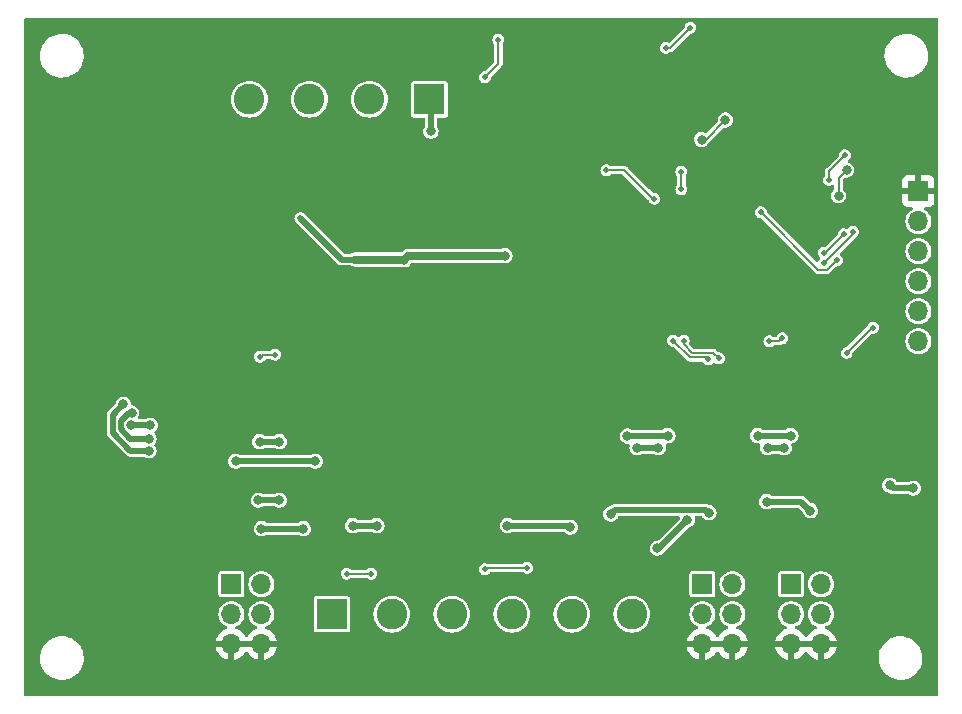
<source format=gbr>
%TF.GenerationSoftware,KiCad,Pcbnew,7.0.7*%
%TF.CreationDate,2023-12-19T09:30:13+01:00*%
%TF.ProjectId,OS-servoDriver_relay,4f532d73-6572-4766-9f44-72697665725f,rev?*%
%TF.SameCoordinates,Original*%
%TF.FileFunction,Copper,L2,Bot*%
%TF.FilePolarity,Positive*%
%FSLAX46Y46*%
G04 Gerber Fmt 4.6, Leading zero omitted, Abs format (unit mm)*
G04 Created by KiCad (PCBNEW 7.0.7) date 2023-12-19 09:30:13*
%MOMM*%
%LPD*%
G01*
G04 APERTURE LIST*
%TA.AperFunction,ComponentPad*%
%ADD10R,1.700000X1.700000*%
%TD*%
%TA.AperFunction,ComponentPad*%
%ADD11O,1.700000X1.700000*%
%TD*%
%TA.AperFunction,ComponentPad*%
%ADD12R,2.600000X2.600000*%
%TD*%
%TA.AperFunction,ComponentPad*%
%ADD13C,2.600000*%
%TD*%
%TA.AperFunction,ViaPad*%
%ADD14C,0.500000*%
%TD*%
%TA.AperFunction,ViaPad*%
%ADD15C,0.800000*%
%TD*%
%TA.AperFunction,Conductor*%
%ADD16C,0.200000*%
%TD*%
%TA.AperFunction,Conductor*%
%ADD17C,0.500000*%
%TD*%
%TA.AperFunction,Conductor*%
%ADD18C,0.700000*%
%TD*%
G04 APERTURE END LIST*
D10*
%TO.P,J901,1,Pin_1*%
%TO.N,/atmega/bus3.pin1*%
X236220000Y-150749000D03*
D11*
%TO.P,J901,2,Pin_2*%
%TO.N,/atmega/bus3.pin2*%
X238760000Y-150749000D03*
%TO.P,J901,3,Pin_3*%
%TO.N,+5VA*%
X236220000Y-153289000D03*
%TO.P,J901,4,Pin_4*%
X238760000Y-153289000D03*
%TO.P,J901,5,Pin_5*%
%TO.N,GND*%
X236220000Y-155829000D03*
%TO.P,J901,6,Pin_6*%
X238760000Y-155829000D03*
%TD*%
D10*
%TO.P,J701,1,Pin_1*%
%TO.N,/atmega/bus1.pin1*%
X188849000Y-150749000D03*
D11*
%TO.P,J701,2,Pin_2*%
%TO.N,/atmega/bus1.pin2*%
X191389000Y-150749000D03*
%TO.P,J701,3,Pin_3*%
%TO.N,+5VA*%
X188849000Y-153289000D03*
%TO.P,J701,4,Pin_4*%
X191389000Y-153289000D03*
%TO.P,J701,5,Pin_5*%
%TO.N,GND*%
X188849000Y-155829000D03*
%TO.P,J701,6,Pin_6*%
X191389000Y-155829000D03*
%TD*%
D10*
%TO.P,J201,1,Pin_1*%
%TO.N,GND*%
X247015000Y-117475000D03*
D11*
%TO.P,J201,2,Pin_2*%
%TO.N,+5V*%
X247015000Y-120015000D03*
%TO.P,J201,3,Pin_3*%
%TO.N,/atmega/LED*%
X247015000Y-122555000D03*
%TO.P,J201,4,Pin_4*%
%TO.N,/atmega/MISO*%
X247015000Y-125095000D03*
%TO.P,J201,5,Pin_5*%
%TO.N,/atmega/MOSI*%
X247015000Y-127635000D03*
%TO.P,J201,6,Pin_6*%
%TO.N,/atmega/reset*%
X247015000Y-130175000D03*
%TD*%
D10*
%TO.P,J801,1,Pin_1*%
%TO.N,/atmega/bus2.pin1*%
X228727000Y-150749000D03*
D11*
%TO.P,J801,2,Pin_2*%
%TO.N,/atmega/bus2.pin2*%
X231267000Y-150749000D03*
%TO.P,J801,3,Pin_3*%
%TO.N,+5VA*%
X228727000Y-153289000D03*
%TO.P,J801,4,Pin_4*%
X231267000Y-153289000D03*
%TO.P,J801,5,Pin_5*%
%TO.N,GND*%
X228727000Y-155829000D03*
%TO.P,J801,6,Pin_6*%
X231267000Y-155829000D03*
%TD*%
D12*
%TO.P,J101,1,Pin_1*%
%TO.N,/DCC/DCC_B*%
X205620000Y-109695000D03*
D13*
%TO.P,J101,2,Pin_2*%
%TO.N,/DCC/DCC_A*%
X200540000Y-109695000D03*
%TO.P,J101,3,Pin_3*%
%TO.N,/D_bridge/AC_2*%
X195460000Y-109695000D03*
%TO.P,J101,4,Pin_4*%
%TO.N,/D_bridge/AC_1*%
X190380000Y-109695000D03*
%TD*%
D12*
%TO.P,J102,1,Pin_1*%
%TO.N,/servo1-2/FROG1*%
X197358000Y-153289000D03*
D13*
%TO.P,J102,2,Pin_2*%
%TO.N,/servo1-2/FROG2*%
X202438000Y-153289000D03*
%TO.P,J102,3,Pin_3*%
%TO.N,/servo3-4/FROG1*%
X207518000Y-153289000D03*
%TO.P,J102,4,Pin_4*%
%TO.N,/servo3-4/FROG2*%
X212598000Y-153289000D03*
%TO.P,J102,5,Pin_5*%
%TO.N,/servo5-6/FROG1*%
X217678000Y-153289000D03*
%TO.P,J102,6,Pin_6*%
%TO.N,/servo5-6/FROG2*%
X222758000Y-153289000D03*
%TD*%
D14*
%TO.N,GND*%
X248000000Y-150000000D03*
%TO.N,/atmega/bus1.relay1*%
X191262000Y-131486500D03*
X192532000Y-131318000D03*
%TO.N,VCC*%
X194691000Y-119761000D03*
%TO.N,GND*%
X197866000Y-117856000D03*
X198501000Y-129794000D03*
X202057000Y-128016000D03*
X212725000Y-128143000D03*
X214757000Y-128270000D03*
X222758000Y-127254000D03*
X222123000Y-118618000D03*
X219710000Y-123317000D03*
X217424000Y-124968000D03*
X221234000Y-124841000D03*
X219710000Y-121412000D03*
X215646000Y-122301000D03*
X240411000Y-149225000D03*
X228092000Y-136271000D03*
X225298000Y-135763000D03*
X240157000Y-113157000D03*
X235966000Y-109601000D03*
X234315000Y-109474000D03*
X232791000Y-109474000D03*
X231267000Y-109347000D03*
X236728000Y-103124000D03*
X229616000Y-103124000D03*
X233045000Y-103124000D03*
X247500000Y-110500000D03*
X241173000Y-103886000D03*
X242189000Y-112776000D03*
X247904000Y-114554000D03*
X245745000Y-115316000D03*
X245491000Y-121285000D03*
X242189000Y-115443000D03*
X242697000Y-119761000D03*
X242316000Y-121793000D03*
X239268000Y-109347000D03*
X224282000Y-110363000D03*
X219202000Y-109474000D03*
X213995000Y-107823000D03*
X210058000Y-106553000D03*
X208026000Y-108712000D03*
X177927000Y-103886000D03*
X179451000Y-107569000D03*
X182880000Y-111887000D03*
X187071000Y-106426000D03*
X187960000Y-108331000D03*
X190246000Y-106426000D03*
X198628000Y-107696000D03*
X199390000Y-106299000D03*
X185039000Y-127635000D03*
X188214000Y-125730000D03*
X185674000Y-123571000D03*
X189357000Y-123698000D03*
X192659000Y-125222000D03*
X192786000Y-122428000D03*
X195834000Y-119507000D03*
X189992000Y-126619000D03*
X198120000Y-115062000D03*
X198628000Y-110998000D03*
X179578000Y-145542000D03*
X180721000Y-149098000D03*
X184658000Y-152781000D03*
X194691000Y-157099000D03*
X201041000Y-156591000D03*
X211836000Y-156845000D03*
X225552000Y-153797000D03*
X221107000Y-156083000D03*
X224663000Y-157988000D03*
X241000000Y-159500000D03*
X241681000Y-156464000D03*
X241554000Y-151765000D03*
X245000000Y-149000000D03*
X246634000Y-145796000D03*
X247523000Y-141478000D03*
X247904000Y-132461000D03*
X238252000Y-136271000D03*
X235966000Y-135763000D03*
X240538000Y-134366000D03*
X243713000Y-131191000D03*
X224663000Y-120777000D03*
X225806000Y-128016000D03*
X215138000Y-125984000D03*
X204597000Y-125857000D03*
X207137000Y-118364000D03*
X209169000Y-118364000D03*
X215011000Y-118618000D03*
X204216000Y-118618000D03*
X205232000Y-128524000D03*
X204343000Y-130556000D03*
X196977000Y-131318000D03*
X200025000Y-127889000D03*
X201676000Y-132207000D03*
X192786000Y-132207000D03*
X193167000Y-135890000D03*
X188214000Y-137541000D03*
X182499000Y-134112000D03*
X180594000Y-130937000D03*
X179451000Y-116078000D03*
X182753000Y-123698000D03*
X180594000Y-123698000D03*
X183515000Y-115570000D03*
X181864000Y-116078000D03*
X180721000Y-110109000D03*
X185674000Y-105156000D03*
X174498000Y-109855000D03*
X172339000Y-112014000D03*
X174117000Y-113792000D03*
X173990000Y-118110000D03*
X172339000Y-121158000D03*
X174117000Y-124333000D03*
X174244000Y-128397000D03*
X172212000Y-131572000D03*
X173990000Y-135001000D03*
X173863000Y-145034000D03*
X172339000Y-142367000D03*
X174244000Y-139065000D03*
X228854000Y-122047000D03*
X237617000Y-114935000D03*
X185420000Y-135636000D03*
X187198000Y-134620000D03*
X195707000Y-135636000D03*
X197485000Y-134620000D03*
X206629000Y-133731000D03*
X237871000Y-135255000D03*
X239395000Y-134493000D03*
X227711000Y-135255000D03*
X229235000Y-134366000D03*
X216916000Y-133604000D03*
%TO.N,+5V*%
X243205000Y-129025000D03*
X240934175Y-131175825D03*
%TO.N,/atmega/reset*%
X240115018Y-123317000D03*
X233672444Y-119245444D03*
%TO.N,VCC*%
X227718556Y-103624444D03*
X225619572Y-105342428D03*
%TO.N,+5V*%
X220599000Y-115697000D03*
X224663000Y-118122953D03*
X200699500Y-149860000D03*
X198600500Y-149860000D03*
X210312000Y-149479000D03*
X213888581Y-149372581D03*
X239450944Y-116530056D03*
X240792000Y-114427000D03*
%TO.N,/DCC/DCC_TTL*%
X226949000Y-117322953D03*
X226949000Y-115823953D03*
D15*
%TO.N,/DCC/DCC_A*%
X181864000Y-139446000D03*
X179702500Y-135509000D03*
%TO.N,/DCC/DCC_B*%
X205740000Y-112395000D03*
X180402500Y-136271000D03*
X181864000Y-138430000D03*
%TO.N,GND*%
X228244990Y-128686583D03*
X208834500Y-124587000D03*
X235204000Y-106299000D03*
X230276990Y-126781583D03*
X206802500Y-120142000D03*
X228879990Y-123860583D03*
X239141000Y-106172000D03*
X231267000Y-106299000D03*
X207818500Y-120142000D03*
X207818500Y-124587000D03*
X200960500Y-121666000D03*
X208834500Y-120142000D03*
X211882500Y-119634000D03*
X216158000Y-106576000D03*
X214295500Y-124714000D03*
X237109000Y-107569000D03*
X235204000Y-107696000D03*
X231267000Y-107950000D03*
X202357500Y-120523000D03*
X229616000Y-107696000D03*
X212263500Y-125603000D03*
X206802500Y-124587000D03*
X210612500Y-119380000D03*
D14*
%TO.N,+5V*%
X211455000Y-104649500D03*
X210312000Y-107823000D03*
D15*
%TO.N,VCC*%
X212009500Y-122936000D03*
X203502050Y-123260050D03*
%TO.N,+5VA*%
X180340000Y-137287000D03*
X233426000Y-138176000D03*
X225806000Y-138176000D03*
X181991000Y-137287000D03*
X222377000Y-138199502D03*
X191262000Y-138684000D03*
X192913000Y-138684000D03*
X236220000Y-138176000D03*
%TO.N,/atmega/LED*%
X240255899Y-117856000D03*
X228657109Y-113099891D03*
X240934465Y-115681535D03*
X230685382Y-111452618D03*
%TO.N,/DCC/DCC_B*%
X189230000Y-140335000D03*
X235649500Y-139192000D03*
X223201500Y-139192000D03*
X234250500Y-139192000D03*
X225000500Y-139192000D03*
X195961000Y-140335000D03*
%TO.N,/DCC/DCC_A*%
X194945000Y-146050000D03*
X212217000Y-145796000D03*
X217551000Y-145923000D03*
X220980000Y-144800000D03*
X229281016Y-144699016D03*
X201168000Y-145796000D03*
X237871000Y-144526000D03*
X199136000Y-145796000D03*
X191389000Y-146050000D03*
X234188000Y-143764000D03*
%TO.N,/servo1-2/FROG1*%
X192899500Y-143637000D03*
X191135000Y-143637000D03*
%TO.N,/servo5-6/FROG2*%
X244602000Y-142367000D03*
X246571500Y-142621000D03*
%TO.N,/servo5-6/FROG1*%
X224917000Y-147701000D03*
X227457000Y-145321657D03*
D14*
%TO.N,/atmega/bus2.relay1*%
X227139500Y-130133500D03*
X230124000Y-131632500D03*
%TO.N,/atmega/bus2.relay2*%
X226257828Y-130133940D03*
X229235000Y-131699000D03*
%TO.N,/atmega/bus3.relay1*%
X240704659Y-121118341D03*
X234400500Y-130175000D03*
X239015518Y-122680482D03*
X235499500Y-129921000D03*
%TO.N,/atmega/bus3.relay2*%
X241503270Y-120909887D03*
X239006644Y-123563644D03*
%TD*%
D16*
%TO.N,/atmega/bus1.relay1*%
X191430500Y-131318000D02*
X191262000Y-131486500D01*
X192532000Y-131318000D02*
X191430500Y-131318000D01*
D17*
%TO.N,VCC*%
X198190050Y-123260050D02*
X199319950Y-123260050D01*
X194691000Y-119761000D02*
X198190050Y-123260050D01*
D16*
%TO.N,+5V*%
X222123000Y-115697000D02*
X224548953Y-118122953D01*
X220599000Y-115697000D02*
X222123000Y-115697000D01*
X224548953Y-118122953D02*
X224663000Y-118122953D01*
%TO.N,/atmega/bus3.relay1*%
X235245500Y-130175000D02*
X235499500Y-129921000D01*
X234400500Y-130175000D02*
X235245500Y-130175000D01*
%TO.N,+5V*%
X243085000Y-129025000D02*
X243205000Y-129025000D01*
X240934175Y-131175825D02*
X243085000Y-129025000D01*
D17*
%TO.N,/servo5-6/FROG2*%
X246571500Y-142621000D02*
X244856000Y-142621000D01*
X244856000Y-142621000D02*
X244602000Y-142367000D01*
D16*
%TO.N,/atmega/reset*%
X239318374Y-124113644D02*
X240115018Y-123317000D01*
X238540644Y-124113644D02*
X239318374Y-124113644D01*
X233672444Y-119245444D02*
X238540644Y-124113644D01*
%TO.N,VCC*%
X226000572Y-105342428D02*
X227718556Y-103624444D01*
X225619572Y-105342428D02*
X226000572Y-105342428D01*
%TO.N,+5V*%
X211455000Y-106680000D02*
X210312000Y-107823000D01*
X211455000Y-104649500D02*
X211455000Y-106680000D01*
X200699500Y-149860000D02*
X198600500Y-149860000D01*
X210418419Y-149372581D02*
X210312000Y-149479000D01*
X213888581Y-149372581D02*
X210418419Y-149372581D01*
D17*
%TO.N,/servo5-6/FROG1*%
X225077657Y-147701000D02*
X227457000Y-145321657D01*
X224917000Y-147701000D02*
X225077657Y-147701000D01*
D16*
%TO.N,+5V*%
X239450944Y-115768056D02*
X239450944Y-116530056D01*
X240792000Y-114427000D02*
X239450944Y-115768056D01*
%TO.N,/DCC/DCC_TTL*%
X226949000Y-115823953D02*
X226949000Y-117322953D01*
D17*
%TO.N,/DCC/DCC_A*%
X180306968Y-139446000D02*
X181864000Y-139446000D01*
X178790000Y-136421500D02*
X178790000Y-137929032D01*
X179702500Y-135509000D02*
X178790000Y-136421500D01*
X178790000Y-137929032D02*
X180306968Y-139446000D01*
%TO.N,/DCC/DCC_B*%
X205740000Y-109815000D02*
X205620000Y-109695000D01*
X180153918Y-136271000D02*
X180402500Y-136271000D01*
X179490000Y-136934918D02*
X180153918Y-136271000D01*
X179490000Y-137639082D02*
X179490000Y-136934918D01*
X180280918Y-138430000D02*
X179490000Y-137639082D01*
X205740000Y-112395000D02*
X205740000Y-109815000D01*
X181864000Y-138430000D02*
X180280918Y-138430000D01*
D18*
%TO.N,VCC*%
X212009500Y-122936000D02*
X203826100Y-122936000D01*
X203826100Y-122936000D02*
X203502050Y-123260050D01*
X199319950Y-123260050D02*
X203502050Y-123260050D01*
D17*
%TO.N,+5VA*%
X191262000Y-138684000D02*
X192913000Y-138684000D01*
X225782498Y-138199502D02*
X225806000Y-138176000D01*
X222377000Y-138199502D02*
X225782498Y-138199502D01*
X233426000Y-138176000D02*
X236220000Y-138176000D01*
X180340000Y-137287000D02*
X181991000Y-137287000D01*
D16*
%TO.N,/atmega/LED*%
X229038109Y-113099891D02*
X230685382Y-111452618D01*
X240255899Y-116360101D02*
X240255899Y-117856000D01*
X240934465Y-115681535D02*
X240255899Y-116360101D01*
X228657109Y-113099891D02*
X229038109Y-113099891D01*
D17*
%TO.N,/DCC/DCC_B*%
X234250500Y-139192000D02*
X235649500Y-139192000D01*
X189230000Y-140335000D02*
X195961000Y-140335000D01*
X223201500Y-139192000D02*
X225000500Y-139192000D01*
%TO.N,/DCC/DCC_A*%
X201168000Y-145796000D02*
X199136000Y-145796000D01*
X237109000Y-143764000D02*
X237871000Y-144526000D01*
X221308343Y-144471657D02*
X229053657Y-144471657D01*
X234188000Y-143764000D02*
X237109000Y-143764000D01*
X212217000Y-145796000D02*
X217424000Y-145796000D01*
X229053657Y-144471657D02*
X229281016Y-144699016D01*
X217424000Y-145796000D02*
X217551000Y-145923000D01*
X194945000Y-146050000D02*
X191389000Y-146050000D01*
X220980000Y-144800000D02*
X221308343Y-144471657D01*
%TO.N,/servo1-2/FROG1*%
X192899500Y-143637000D02*
X191135000Y-143637000D01*
D16*
%TO.N,/atmega/bus2.relay1*%
X227139500Y-130133500D02*
X227139500Y-130449926D01*
X227838574Y-131149000D02*
X229640500Y-131149000D01*
X229640500Y-131149000D02*
X230124000Y-131632500D01*
X227139500Y-130449926D02*
X227838574Y-131149000D01*
%TO.N,/atmega/bus2.relay2*%
X229085000Y-131549000D02*
X229235000Y-131699000D01*
X226257828Y-130133940D02*
X227672889Y-131549000D01*
X227672889Y-131549000D02*
X229085000Y-131549000D01*
%TO.N,/atmega/bus3.relay1*%
X239142518Y-122680482D02*
X239015518Y-122680482D01*
X240704659Y-121118341D02*
X239142518Y-122680482D01*
%TO.N,/atmega/bus3.relay2*%
X241503270Y-120909887D02*
X241503270Y-121097548D01*
X239037174Y-123563644D02*
X239006644Y-123563644D01*
X241503270Y-121097548D02*
X239037174Y-123563644D01*
%TD*%
%TA.AperFunction,Conductor*%
%TO.N,GND*%
G36*
X190842692Y-155598685D02*
G01*
X190888447Y-155651489D01*
X190898391Y-155720647D01*
X190894631Y-155737933D01*
X190889000Y-155757111D01*
X190889000Y-155900888D01*
X190894631Y-155920067D01*
X190894630Y-155989936D01*
X190856855Y-156048714D01*
X190793299Y-156077738D01*
X190775653Y-156079000D01*
X189462347Y-156079000D01*
X189395308Y-156059315D01*
X189349553Y-156006511D01*
X189339609Y-155937353D01*
X189343369Y-155920067D01*
X189349000Y-155900888D01*
X189349000Y-155757111D01*
X189343369Y-155737933D01*
X189343370Y-155668064D01*
X189381145Y-155609286D01*
X189444701Y-155580262D01*
X189462347Y-155579000D01*
X190775653Y-155579000D01*
X190842692Y-155598685D01*
G37*
%TD.AperFunction*%
%TA.AperFunction,Conductor*%
G36*
X230720692Y-155598685D02*
G01*
X230766447Y-155651489D01*
X230776391Y-155720647D01*
X230772631Y-155737933D01*
X230766999Y-155757111D01*
X230766999Y-155900888D01*
X230772631Y-155920067D01*
X230772630Y-155989936D01*
X230734855Y-156048714D01*
X230671299Y-156077738D01*
X230653653Y-156079000D01*
X229340347Y-156079000D01*
X229273308Y-156059315D01*
X229227553Y-156006511D01*
X229217609Y-155937353D01*
X229221369Y-155920067D01*
X229221901Y-155918253D01*
X229227000Y-155900889D01*
X229227000Y-155757111D01*
X229221368Y-155737933D01*
X229221370Y-155668064D01*
X229259145Y-155609286D01*
X229322701Y-155580262D01*
X229340347Y-155579000D01*
X230653653Y-155579000D01*
X230720692Y-155598685D01*
G37*
%TD.AperFunction*%
%TA.AperFunction,Conductor*%
G36*
X238213692Y-155598685D02*
G01*
X238259447Y-155651489D01*
X238269391Y-155720647D01*
X238265631Y-155737933D01*
X238260000Y-155757111D01*
X238260000Y-155900888D01*
X238265631Y-155920067D01*
X238265630Y-155989936D01*
X238227855Y-156048714D01*
X238164299Y-156077738D01*
X238146653Y-156079000D01*
X236833347Y-156079000D01*
X236766308Y-156059315D01*
X236720553Y-156006511D01*
X236710609Y-155937353D01*
X236714369Y-155920067D01*
X236720000Y-155900888D01*
X236720000Y-155757111D01*
X236714369Y-155737933D01*
X236714370Y-155668064D01*
X236752145Y-155609286D01*
X236815701Y-155580262D01*
X236833347Y-155579000D01*
X238146653Y-155579000D01*
X238213692Y-155598685D01*
G37*
%TD.AperFunction*%
%TA.AperFunction,Conductor*%
G36*
X248642539Y-102820185D02*
G01*
X248688294Y-102872989D01*
X248699500Y-102924500D01*
X248699500Y-160075500D01*
X248679815Y-160142539D01*
X248627011Y-160188294D01*
X248575500Y-160199500D01*
X171424500Y-160199500D01*
X171357461Y-160179815D01*
X171311706Y-160127011D01*
X171300500Y-160075500D01*
X171300500Y-157067763D01*
X172645787Y-157067763D01*
X172675413Y-157337013D01*
X172675415Y-157337024D01*
X172743926Y-157599082D01*
X172743928Y-157599088D01*
X172849870Y-157848390D01*
X172921998Y-157966575D01*
X172990979Y-158079605D01*
X172990986Y-158079615D01*
X173164253Y-158287819D01*
X173164259Y-158287824D01*
X173365998Y-158468582D01*
X173591910Y-158618044D01*
X173837176Y-158733020D01*
X173837183Y-158733022D01*
X173837185Y-158733023D01*
X174096557Y-158811057D01*
X174096564Y-158811058D01*
X174096569Y-158811060D01*
X174364561Y-158850500D01*
X174364566Y-158850500D01*
X174567636Y-158850500D01*
X174619133Y-158846730D01*
X174770156Y-158835677D01*
X174882758Y-158810593D01*
X175034546Y-158776782D01*
X175034548Y-158776781D01*
X175034553Y-158776780D01*
X175287558Y-158680014D01*
X175523777Y-158547441D01*
X175738177Y-158381888D01*
X175926186Y-158186881D01*
X176083799Y-157966579D01*
X176157787Y-157822669D01*
X176207649Y-157725690D01*
X176207651Y-157725684D01*
X176207656Y-157725675D01*
X176295118Y-157469305D01*
X176344319Y-157202933D01*
X176354212Y-156932235D01*
X176324586Y-156662982D01*
X176256072Y-156400912D01*
X176150130Y-156151610D01*
X176105817Y-156079000D01*
X187518364Y-156079000D01*
X187575567Y-156292486D01*
X187575570Y-156292492D01*
X187675399Y-156506578D01*
X187810894Y-156700082D01*
X187977917Y-156867105D01*
X188171421Y-157002600D01*
X188385507Y-157102429D01*
X188385516Y-157102433D01*
X188599000Y-157159634D01*
X188599000Y-156441301D01*
X188618685Y-156374262D01*
X188671489Y-156328507D01*
X188740647Y-156318563D01*
X188813237Y-156329000D01*
X188813238Y-156329000D01*
X188884762Y-156329000D01*
X188884763Y-156329000D01*
X188957352Y-156318563D01*
X189026510Y-156328507D01*
X189079314Y-156374261D01*
X189098999Y-156441301D01*
X189098999Y-157159634D01*
X189312483Y-157102433D01*
X189312492Y-157102429D01*
X189526578Y-157002600D01*
X189720082Y-156867105D01*
X189887105Y-156700082D01*
X190017425Y-156513968D01*
X190072002Y-156470344D01*
X190141501Y-156463151D01*
X190203855Y-156494673D01*
X190220575Y-156513968D01*
X190350894Y-156700082D01*
X190517917Y-156867105D01*
X190711421Y-157002600D01*
X190925507Y-157102429D01*
X190925516Y-157102433D01*
X191139000Y-157159634D01*
X191139000Y-156441301D01*
X191158685Y-156374262D01*
X191211489Y-156328507D01*
X191280647Y-156318563D01*
X191353237Y-156329000D01*
X191353238Y-156329000D01*
X191424762Y-156329000D01*
X191424763Y-156329000D01*
X191497353Y-156318563D01*
X191566512Y-156328507D01*
X191619315Y-156374262D01*
X191639000Y-156441301D01*
X191639000Y-157159633D01*
X191852483Y-157102433D01*
X191852492Y-157102429D01*
X192066578Y-157002600D01*
X192260082Y-156867105D01*
X192427105Y-156700082D01*
X192562600Y-156506578D01*
X192662429Y-156292492D01*
X192662432Y-156292486D01*
X192719636Y-156079000D01*
X227396364Y-156079000D01*
X227453567Y-156292486D01*
X227453570Y-156292492D01*
X227553399Y-156506578D01*
X227688894Y-156700082D01*
X227855917Y-156867105D01*
X228049421Y-157002600D01*
X228263507Y-157102429D01*
X228263516Y-157102433D01*
X228477000Y-157159634D01*
X228477000Y-156441301D01*
X228496685Y-156374262D01*
X228549489Y-156328507D01*
X228618647Y-156318563D01*
X228691237Y-156329000D01*
X228691238Y-156329000D01*
X228762762Y-156329000D01*
X228762763Y-156329000D01*
X228835353Y-156318563D01*
X228904512Y-156328507D01*
X228957315Y-156374262D01*
X228977000Y-156441301D01*
X228977000Y-157159633D01*
X229190483Y-157102433D01*
X229190492Y-157102429D01*
X229404578Y-157002600D01*
X229598082Y-156867105D01*
X229765105Y-156700082D01*
X229895425Y-156513968D01*
X229950002Y-156470344D01*
X230019501Y-156463151D01*
X230081855Y-156494673D01*
X230098575Y-156513968D01*
X230228894Y-156700082D01*
X230395917Y-156867105D01*
X230589421Y-157002600D01*
X230803507Y-157102429D01*
X230803516Y-157102433D01*
X231017000Y-157159634D01*
X231017000Y-156441301D01*
X231036685Y-156374262D01*
X231089489Y-156328507D01*
X231158647Y-156318563D01*
X231231237Y-156329000D01*
X231231238Y-156329000D01*
X231302762Y-156329000D01*
X231302763Y-156329000D01*
X231375353Y-156318563D01*
X231444512Y-156328507D01*
X231497315Y-156374262D01*
X231517000Y-156441301D01*
X231517000Y-157159633D01*
X231730483Y-157102433D01*
X231730492Y-157102429D01*
X231944578Y-157002600D01*
X232138082Y-156867105D01*
X232305105Y-156700082D01*
X232440600Y-156506578D01*
X232540429Y-156292492D01*
X232540432Y-156292486D01*
X232597636Y-156079000D01*
X234889364Y-156079000D01*
X234946567Y-156292486D01*
X234946570Y-156292492D01*
X235046399Y-156506578D01*
X235181894Y-156700082D01*
X235348917Y-156867105D01*
X235542421Y-157002600D01*
X235756507Y-157102429D01*
X235756516Y-157102433D01*
X235970000Y-157159634D01*
X235970000Y-156441301D01*
X235989685Y-156374262D01*
X236042489Y-156328507D01*
X236111647Y-156318563D01*
X236184237Y-156329000D01*
X236184238Y-156329000D01*
X236255762Y-156329000D01*
X236255763Y-156329000D01*
X236328352Y-156318563D01*
X236397510Y-156328507D01*
X236450314Y-156374261D01*
X236469999Y-156441301D01*
X236469999Y-157159633D01*
X236683483Y-157102433D01*
X236683492Y-157102429D01*
X236897578Y-157002600D01*
X237091082Y-156867105D01*
X237258105Y-156700082D01*
X237388425Y-156513968D01*
X237443002Y-156470344D01*
X237512501Y-156463151D01*
X237574855Y-156494673D01*
X237591575Y-156513968D01*
X237721894Y-156700082D01*
X237888917Y-156867105D01*
X238082421Y-157002600D01*
X238296507Y-157102429D01*
X238296516Y-157102433D01*
X238509999Y-157159633D01*
X238509999Y-156441301D01*
X238529683Y-156374262D01*
X238582487Y-156328507D01*
X238651646Y-156318563D01*
X238658380Y-156319531D01*
X238724237Y-156329000D01*
X238724238Y-156329000D01*
X238795762Y-156329000D01*
X238795763Y-156329000D01*
X238868353Y-156318563D01*
X238937512Y-156328507D01*
X238990315Y-156374262D01*
X239010000Y-156441301D01*
X239010000Y-157159633D01*
X239223483Y-157102433D01*
X239223492Y-157102429D01*
X239297834Y-157067763D01*
X243645787Y-157067763D01*
X243675413Y-157337013D01*
X243675415Y-157337024D01*
X243743926Y-157599082D01*
X243743928Y-157599088D01*
X243849870Y-157848390D01*
X243921998Y-157966575D01*
X243990979Y-158079605D01*
X243990986Y-158079615D01*
X244164253Y-158287819D01*
X244164259Y-158287824D01*
X244365998Y-158468582D01*
X244591910Y-158618044D01*
X244837176Y-158733020D01*
X244837183Y-158733022D01*
X244837185Y-158733023D01*
X245096557Y-158811057D01*
X245096564Y-158811058D01*
X245096569Y-158811060D01*
X245364561Y-158850500D01*
X245364566Y-158850500D01*
X245567636Y-158850500D01*
X245619133Y-158846730D01*
X245770156Y-158835677D01*
X245882758Y-158810593D01*
X246034546Y-158776782D01*
X246034548Y-158776781D01*
X246034553Y-158776780D01*
X246287558Y-158680014D01*
X246523777Y-158547441D01*
X246738177Y-158381888D01*
X246926186Y-158186881D01*
X247083799Y-157966579D01*
X247157787Y-157822669D01*
X247207649Y-157725690D01*
X247207651Y-157725684D01*
X247207656Y-157725675D01*
X247295118Y-157469305D01*
X247344319Y-157202933D01*
X247354212Y-156932235D01*
X247324586Y-156662982D01*
X247256072Y-156400912D01*
X247150130Y-156151610D01*
X247009018Y-155920390D01*
X246919747Y-155813119D01*
X246835746Y-155712180D01*
X246835740Y-155712175D01*
X246634002Y-155531418D01*
X246408092Y-155381957D01*
X246327805Y-155344320D01*
X246162824Y-155266980D01*
X246162819Y-155266978D01*
X246162814Y-155266976D01*
X245903442Y-155188942D01*
X245903428Y-155188939D01*
X245787791Y-155171921D01*
X245635439Y-155149500D01*
X245432369Y-155149500D01*
X245432364Y-155149500D01*
X245229844Y-155164323D01*
X245229831Y-155164325D01*
X244965453Y-155223217D01*
X244965446Y-155223220D01*
X244712439Y-155319987D01*
X244476226Y-155452557D01*
X244261822Y-155618112D01*
X244073822Y-155813109D01*
X244073816Y-155813116D01*
X243916202Y-156033419D01*
X243916199Y-156033424D01*
X243792350Y-156274309D01*
X243792343Y-156274327D01*
X243704884Y-156530685D01*
X243704881Y-156530699D01*
X243655681Y-156797068D01*
X243655680Y-156797075D01*
X243645787Y-157067763D01*
X239297834Y-157067763D01*
X239437578Y-157002600D01*
X239631082Y-156867105D01*
X239798105Y-156700082D01*
X239933600Y-156506578D01*
X240033429Y-156292492D01*
X240033432Y-156292486D01*
X240090636Y-156079000D01*
X239373347Y-156079000D01*
X239306308Y-156059315D01*
X239260553Y-156006511D01*
X239250609Y-155937353D01*
X239254369Y-155920067D01*
X239260000Y-155900888D01*
X239260000Y-155757111D01*
X239254369Y-155737933D01*
X239254370Y-155668064D01*
X239292145Y-155609286D01*
X239355701Y-155580262D01*
X239373347Y-155579000D01*
X240090636Y-155579000D01*
X240090635Y-155578999D01*
X240033432Y-155365513D01*
X240033429Y-155365507D01*
X239933600Y-155151422D01*
X239933599Y-155151420D01*
X239798113Y-154957926D01*
X239798108Y-154957920D01*
X239631082Y-154790894D01*
X239437578Y-154655399D01*
X239223492Y-154555570D01*
X239223477Y-154555564D01*
X239184414Y-154545097D01*
X239124754Y-154508732D01*
X239094226Y-154445885D01*
X239102521Y-154376509D01*
X239147007Y-154322632D01*
X239171710Y-154309698D01*
X239252637Y-154278348D01*
X239426041Y-154170981D01*
X239576764Y-154033579D01*
X239699673Y-153870821D01*
X239790582Y-153688250D01*
X239846397Y-153492083D01*
X239865215Y-153289000D01*
X239846397Y-153085917D01*
X239790582Y-152889750D01*
X239699673Y-152707179D01*
X239576764Y-152544421D01*
X239576762Y-152544418D01*
X239426041Y-152407019D01*
X239426039Y-152407017D01*
X239252642Y-152299655D01*
X239252635Y-152299651D01*
X239157546Y-152262813D01*
X239062456Y-152225976D01*
X238861976Y-152188500D01*
X238658024Y-152188500D01*
X238457544Y-152225976D01*
X238457541Y-152225976D01*
X238457541Y-152225977D01*
X238267364Y-152299651D01*
X238267357Y-152299655D01*
X238093960Y-152407017D01*
X238093958Y-152407019D01*
X237943237Y-152544418D01*
X237820327Y-152707178D01*
X237729422Y-152889739D01*
X237729417Y-152889752D01*
X237673602Y-153085917D01*
X237654785Y-153288999D01*
X237654785Y-153289000D01*
X237673602Y-153492082D01*
X237729417Y-153688247D01*
X237729422Y-153688260D01*
X237820327Y-153870821D01*
X237943237Y-154033581D01*
X238093958Y-154170980D01*
X238093960Y-154170982D01*
X238193141Y-154232392D01*
X238267363Y-154278348D01*
X238348283Y-154309696D01*
X238403685Y-154352269D01*
X238427276Y-154418035D01*
X238411565Y-154486116D01*
X238361542Y-154534895D01*
X238335586Y-154545097D01*
X238296519Y-154555565D01*
X238296507Y-154555570D01*
X238082422Y-154655399D01*
X238082420Y-154655400D01*
X237888926Y-154790886D01*
X237888920Y-154790891D01*
X237721891Y-154957920D01*
X237721890Y-154957922D01*
X237591575Y-155144031D01*
X237536998Y-155187655D01*
X237467499Y-155194848D01*
X237405145Y-155163326D01*
X237388425Y-155144031D01*
X237258109Y-154957922D01*
X237258108Y-154957920D01*
X237091082Y-154790894D01*
X236897578Y-154655399D01*
X236683492Y-154555570D01*
X236683477Y-154555564D01*
X236644414Y-154545097D01*
X236584754Y-154508732D01*
X236554226Y-154445885D01*
X236562521Y-154376509D01*
X236607007Y-154322632D01*
X236631710Y-154309698D01*
X236712637Y-154278348D01*
X236886041Y-154170981D01*
X237036764Y-154033579D01*
X237159673Y-153870821D01*
X237250582Y-153688250D01*
X237306397Y-153492083D01*
X237325215Y-153289000D01*
X237306397Y-153085917D01*
X237250582Y-152889750D01*
X237159673Y-152707179D01*
X237036764Y-152544421D01*
X237036762Y-152544418D01*
X236886041Y-152407019D01*
X236886039Y-152407017D01*
X236712642Y-152299655D01*
X236712635Y-152299651D01*
X236617546Y-152262813D01*
X236522456Y-152225976D01*
X236321976Y-152188500D01*
X236118024Y-152188500D01*
X235917544Y-152225976D01*
X235917541Y-152225976D01*
X235917541Y-152225977D01*
X235727364Y-152299651D01*
X235727357Y-152299655D01*
X235553960Y-152407017D01*
X235553958Y-152407019D01*
X235403237Y-152544418D01*
X235280327Y-152707178D01*
X235189422Y-152889739D01*
X235189417Y-152889752D01*
X235133602Y-153085917D01*
X235114785Y-153288999D01*
X235114785Y-153289000D01*
X235133602Y-153492082D01*
X235189417Y-153688247D01*
X235189422Y-153688260D01*
X235280327Y-153870821D01*
X235403237Y-154033581D01*
X235553958Y-154170980D01*
X235553960Y-154170982D01*
X235653141Y-154232392D01*
X235727363Y-154278348D01*
X235808283Y-154309696D01*
X235863685Y-154352269D01*
X235887276Y-154418035D01*
X235871565Y-154486116D01*
X235821542Y-154534895D01*
X235795586Y-154545097D01*
X235756519Y-154555565D01*
X235756507Y-154555570D01*
X235542422Y-154655399D01*
X235542420Y-154655400D01*
X235348926Y-154790886D01*
X235348920Y-154790891D01*
X235181891Y-154957920D01*
X235181886Y-154957926D01*
X235046400Y-155151420D01*
X235046399Y-155151422D01*
X234946570Y-155365507D01*
X234946567Y-155365513D01*
X234889364Y-155578999D01*
X234889364Y-155579000D01*
X235606653Y-155579000D01*
X235673692Y-155598685D01*
X235719447Y-155651489D01*
X235729391Y-155720647D01*
X235725631Y-155737933D01*
X235720000Y-155757111D01*
X235720000Y-155900888D01*
X235725631Y-155920067D01*
X235725630Y-155989936D01*
X235687855Y-156048714D01*
X235624299Y-156077738D01*
X235606653Y-156079000D01*
X234889364Y-156079000D01*
X232597636Y-156079000D01*
X231880347Y-156079000D01*
X231813308Y-156059315D01*
X231767553Y-156006511D01*
X231757609Y-155937353D01*
X231761369Y-155920067D01*
X231761901Y-155918253D01*
X231767000Y-155900889D01*
X231767000Y-155757111D01*
X231761368Y-155737933D01*
X231761370Y-155668064D01*
X231799145Y-155609286D01*
X231862701Y-155580262D01*
X231880347Y-155579000D01*
X232597636Y-155579000D01*
X232597635Y-155578999D01*
X232540432Y-155365513D01*
X232540429Y-155365507D01*
X232440600Y-155151422D01*
X232440599Y-155151420D01*
X232305113Y-154957926D01*
X232305108Y-154957920D01*
X232138082Y-154790894D01*
X231944578Y-154655399D01*
X231730492Y-154555570D01*
X231730477Y-154555564D01*
X231691414Y-154545097D01*
X231631754Y-154508732D01*
X231601226Y-154445885D01*
X231609521Y-154376509D01*
X231654007Y-154322632D01*
X231678710Y-154309698D01*
X231759637Y-154278348D01*
X231933041Y-154170981D01*
X232083764Y-154033579D01*
X232206673Y-153870821D01*
X232297582Y-153688250D01*
X232353397Y-153492083D01*
X232372215Y-153289000D01*
X232353397Y-153085917D01*
X232297582Y-152889750D01*
X232206673Y-152707179D01*
X232083764Y-152544421D01*
X232083762Y-152544418D01*
X231933041Y-152407019D01*
X231933039Y-152407017D01*
X231759642Y-152299655D01*
X231759635Y-152299651D01*
X231664546Y-152262813D01*
X231569456Y-152225976D01*
X231368976Y-152188500D01*
X231165024Y-152188500D01*
X230964544Y-152225976D01*
X230964541Y-152225976D01*
X230964541Y-152225977D01*
X230774364Y-152299651D01*
X230774357Y-152299655D01*
X230600960Y-152407017D01*
X230600958Y-152407019D01*
X230450237Y-152544418D01*
X230327327Y-152707178D01*
X230236422Y-152889739D01*
X230236417Y-152889752D01*
X230180602Y-153085917D01*
X230161785Y-153288999D01*
X230161785Y-153289000D01*
X230180602Y-153492082D01*
X230236417Y-153688247D01*
X230236422Y-153688260D01*
X230327327Y-153870821D01*
X230450237Y-154033581D01*
X230600958Y-154170980D01*
X230600960Y-154170982D01*
X230700141Y-154232392D01*
X230774363Y-154278348D01*
X230855283Y-154309696D01*
X230910685Y-154352269D01*
X230934276Y-154418035D01*
X230918565Y-154486116D01*
X230868542Y-154534895D01*
X230842586Y-154545097D01*
X230803519Y-154555565D01*
X230803507Y-154555570D01*
X230589422Y-154655399D01*
X230589420Y-154655400D01*
X230395926Y-154790886D01*
X230395920Y-154790891D01*
X230228891Y-154957920D01*
X230228890Y-154957922D01*
X230098575Y-155144031D01*
X230043998Y-155187655D01*
X229974499Y-155194848D01*
X229912145Y-155163326D01*
X229895425Y-155144031D01*
X229765109Y-154957922D01*
X229765108Y-154957920D01*
X229598082Y-154790894D01*
X229404578Y-154655399D01*
X229190492Y-154555570D01*
X229190477Y-154555564D01*
X229151414Y-154545097D01*
X229091754Y-154508732D01*
X229061226Y-154445885D01*
X229069521Y-154376509D01*
X229114007Y-154322632D01*
X229138710Y-154309698D01*
X229219637Y-154278348D01*
X229393041Y-154170981D01*
X229543764Y-154033579D01*
X229666673Y-153870821D01*
X229757582Y-153688250D01*
X229813397Y-153492083D01*
X229832215Y-153289000D01*
X229813397Y-153085917D01*
X229757582Y-152889750D01*
X229666673Y-152707179D01*
X229543764Y-152544421D01*
X229543762Y-152544418D01*
X229393041Y-152407019D01*
X229393039Y-152407017D01*
X229219642Y-152299655D01*
X229219635Y-152299651D01*
X229124546Y-152262813D01*
X229029456Y-152225976D01*
X228828976Y-152188500D01*
X228625024Y-152188500D01*
X228424544Y-152225976D01*
X228424541Y-152225976D01*
X228424541Y-152225977D01*
X228234364Y-152299651D01*
X228234357Y-152299655D01*
X228060960Y-152407017D01*
X228060958Y-152407019D01*
X227910237Y-152544418D01*
X227787327Y-152707178D01*
X227696422Y-152889739D01*
X227696417Y-152889752D01*
X227640602Y-153085917D01*
X227621785Y-153288999D01*
X227621785Y-153289000D01*
X227640602Y-153492082D01*
X227696417Y-153688247D01*
X227696422Y-153688260D01*
X227787327Y-153870821D01*
X227910237Y-154033581D01*
X228060958Y-154170980D01*
X228060960Y-154170982D01*
X228160141Y-154232392D01*
X228234363Y-154278348D01*
X228315283Y-154309696D01*
X228370685Y-154352269D01*
X228394276Y-154418035D01*
X228378565Y-154486116D01*
X228328542Y-154534895D01*
X228302586Y-154545097D01*
X228263519Y-154555565D01*
X228263507Y-154555570D01*
X228049422Y-154655399D01*
X228049420Y-154655400D01*
X227855926Y-154790886D01*
X227855920Y-154790891D01*
X227688891Y-154957920D01*
X227688886Y-154957926D01*
X227553400Y-155151420D01*
X227553399Y-155151422D01*
X227453570Y-155365507D01*
X227453567Y-155365513D01*
X227396364Y-155578999D01*
X227396364Y-155579000D01*
X228113653Y-155579000D01*
X228180692Y-155598685D01*
X228226447Y-155651489D01*
X228236391Y-155720647D01*
X228232631Y-155737933D01*
X228226999Y-155757111D01*
X228226999Y-155900888D01*
X228232631Y-155920067D01*
X228232630Y-155989936D01*
X228194855Y-156048714D01*
X228131299Y-156077738D01*
X228113653Y-156079000D01*
X227396364Y-156079000D01*
X192719636Y-156079000D01*
X192002347Y-156079000D01*
X191935308Y-156059315D01*
X191889553Y-156006511D01*
X191879609Y-155937353D01*
X191883369Y-155920067D01*
X191889000Y-155900888D01*
X191889000Y-155757111D01*
X191883369Y-155737933D01*
X191883370Y-155668064D01*
X191921145Y-155609286D01*
X191984701Y-155580262D01*
X192002347Y-155579000D01*
X192719636Y-155579000D01*
X192719635Y-155578999D01*
X192662432Y-155365513D01*
X192662429Y-155365507D01*
X192562600Y-155151422D01*
X192562599Y-155151420D01*
X192427113Y-154957926D01*
X192427108Y-154957920D01*
X192260082Y-154790894D01*
X192066578Y-154655399D01*
X191977106Y-154613678D01*
X195807500Y-154613678D01*
X195822032Y-154686735D01*
X195822033Y-154686739D01*
X195822034Y-154686740D01*
X195877399Y-154769601D01*
X195960260Y-154824966D01*
X195960264Y-154824967D01*
X196033321Y-154839499D01*
X196033324Y-154839500D01*
X196033326Y-154839500D01*
X198682676Y-154839500D01*
X198682677Y-154839499D01*
X198755740Y-154824966D01*
X198838601Y-154769601D01*
X198893966Y-154686740D01*
X198908500Y-154613674D01*
X198908500Y-153288999D01*
X200882706Y-153288999D01*
X200901853Y-153532297D01*
X200901853Y-153532300D01*
X200901854Y-153532302D01*
X200939294Y-153688250D01*
X200958830Y-153769619D01*
X201052222Y-153995089D01*
X201179737Y-154203173D01*
X201179738Y-154203176D01*
X201179741Y-154203179D01*
X201338241Y-154388759D01*
X201452232Y-154486116D01*
X201523823Y-154547261D01*
X201523825Y-154547261D01*
X201537375Y-154555565D01*
X201731910Y-154674777D01*
X201957381Y-154768169D01*
X201957378Y-154768169D01*
X201957384Y-154768170D01*
X201957388Y-154768172D01*
X202194698Y-154825146D01*
X202438000Y-154844294D01*
X202681302Y-154825146D01*
X202918612Y-154768172D01*
X203144089Y-154674777D01*
X203352179Y-154547259D01*
X203537759Y-154388759D01*
X203696259Y-154203179D01*
X203823777Y-153995089D01*
X203917172Y-153769612D01*
X203974146Y-153532302D01*
X203993294Y-153289000D01*
X203993294Y-153288999D01*
X205962706Y-153288999D01*
X205981853Y-153532297D01*
X205981853Y-153532300D01*
X205981854Y-153532302D01*
X206019294Y-153688250D01*
X206038830Y-153769619D01*
X206132222Y-153995089D01*
X206259737Y-154203173D01*
X206259738Y-154203176D01*
X206259741Y-154203179D01*
X206418241Y-154388759D01*
X206532232Y-154486116D01*
X206603823Y-154547261D01*
X206603825Y-154547261D01*
X206617375Y-154555565D01*
X206811910Y-154674777D01*
X207037381Y-154768169D01*
X207037378Y-154768169D01*
X207037384Y-154768170D01*
X207037388Y-154768172D01*
X207274698Y-154825146D01*
X207518000Y-154844294D01*
X207761302Y-154825146D01*
X207998612Y-154768172D01*
X208224089Y-154674777D01*
X208432179Y-154547259D01*
X208617759Y-154388759D01*
X208776259Y-154203179D01*
X208903777Y-153995089D01*
X208997172Y-153769612D01*
X209054146Y-153532302D01*
X209073294Y-153289000D01*
X209073294Y-153288999D01*
X211042706Y-153288999D01*
X211061853Y-153532297D01*
X211061853Y-153532300D01*
X211061854Y-153532302D01*
X211099294Y-153688250D01*
X211118830Y-153769619D01*
X211212222Y-153995089D01*
X211339737Y-154203173D01*
X211339738Y-154203176D01*
X211339741Y-154203179D01*
X211498241Y-154388759D01*
X211612232Y-154486116D01*
X211683823Y-154547261D01*
X211683825Y-154547261D01*
X211697375Y-154555565D01*
X211891910Y-154674777D01*
X212117381Y-154768169D01*
X212117378Y-154768169D01*
X212117384Y-154768170D01*
X212117388Y-154768172D01*
X212354698Y-154825146D01*
X212598000Y-154844294D01*
X212841302Y-154825146D01*
X213078612Y-154768172D01*
X213304089Y-154674777D01*
X213512179Y-154547259D01*
X213697759Y-154388759D01*
X213856259Y-154203179D01*
X213983777Y-153995089D01*
X214077172Y-153769612D01*
X214134146Y-153532302D01*
X214153294Y-153289000D01*
X214153294Y-153288999D01*
X216122706Y-153288999D01*
X216141853Y-153532297D01*
X216141853Y-153532300D01*
X216141854Y-153532302D01*
X216179294Y-153688250D01*
X216198830Y-153769619D01*
X216292222Y-153995089D01*
X216419737Y-154203173D01*
X216419738Y-154203176D01*
X216419741Y-154203179D01*
X216578241Y-154388759D01*
X216692232Y-154486116D01*
X216763823Y-154547261D01*
X216763825Y-154547261D01*
X216777375Y-154555565D01*
X216971910Y-154674777D01*
X217197381Y-154768169D01*
X217197378Y-154768169D01*
X217197384Y-154768170D01*
X217197388Y-154768172D01*
X217434698Y-154825146D01*
X217678000Y-154844294D01*
X217921302Y-154825146D01*
X218158612Y-154768172D01*
X218384089Y-154674777D01*
X218592179Y-154547259D01*
X218777759Y-154388759D01*
X218936259Y-154203179D01*
X219063777Y-153995089D01*
X219157172Y-153769612D01*
X219214146Y-153532302D01*
X219233294Y-153289000D01*
X219233294Y-153288999D01*
X221202706Y-153288999D01*
X221221853Y-153532297D01*
X221221853Y-153532300D01*
X221221854Y-153532302D01*
X221259294Y-153688250D01*
X221278830Y-153769619D01*
X221372222Y-153995089D01*
X221499737Y-154203173D01*
X221499738Y-154203176D01*
X221499741Y-154203179D01*
X221658241Y-154388759D01*
X221772232Y-154486116D01*
X221843823Y-154547261D01*
X221843825Y-154547261D01*
X221857375Y-154555565D01*
X222051910Y-154674777D01*
X222277381Y-154768169D01*
X222277378Y-154768169D01*
X222277384Y-154768170D01*
X222277388Y-154768172D01*
X222514698Y-154825146D01*
X222758000Y-154844294D01*
X223001302Y-154825146D01*
X223238612Y-154768172D01*
X223464089Y-154674777D01*
X223672179Y-154547259D01*
X223857759Y-154388759D01*
X224016259Y-154203179D01*
X224143777Y-153995089D01*
X224237172Y-153769612D01*
X224294146Y-153532302D01*
X224313294Y-153289000D01*
X224294146Y-153045698D01*
X224237172Y-152808388D01*
X224237169Y-152808380D01*
X224143777Y-152582910D01*
X224016262Y-152374826D01*
X224016261Y-152374823D01*
X223952061Y-152299655D01*
X223857759Y-152189241D01*
X223735063Y-152084449D01*
X223672176Y-152030738D01*
X223672173Y-152030737D01*
X223464089Y-151903222D01*
X223238618Y-151809830D01*
X223238621Y-151809830D01*
X223112705Y-151779600D01*
X223001302Y-151752854D01*
X223001300Y-151752853D01*
X223001297Y-151752853D01*
X222758000Y-151733706D01*
X222514702Y-151752853D01*
X222277380Y-151809830D01*
X222051910Y-151903222D01*
X221843826Y-152030737D01*
X221843823Y-152030738D01*
X221658241Y-152189241D01*
X221499738Y-152374823D01*
X221499737Y-152374826D01*
X221372222Y-152582910D01*
X221278830Y-152808380D01*
X221221853Y-153045702D01*
X221202706Y-153288999D01*
X219233294Y-153288999D01*
X219214146Y-153045698D01*
X219157172Y-152808388D01*
X219157169Y-152808380D01*
X219063777Y-152582910D01*
X218936262Y-152374826D01*
X218936261Y-152374823D01*
X218872061Y-152299655D01*
X218777759Y-152189241D01*
X218655063Y-152084449D01*
X218592176Y-152030738D01*
X218592173Y-152030737D01*
X218384089Y-151903222D01*
X218158618Y-151809830D01*
X218158621Y-151809830D01*
X218032705Y-151779600D01*
X217921302Y-151752854D01*
X217921300Y-151752853D01*
X217921297Y-151752853D01*
X217678000Y-151733706D01*
X217434702Y-151752853D01*
X217197380Y-151809830D01*
X216971910Y-151903222D01*
X216763826Y-152030737D01*
X216763823Y-152030738D01*
X216578241Y-152189241D01*
X216419738Y-152374823D01*
X216419737Y-152374826D01*
X216292222Y-152582910D01*
X216198830Y-152808380D01*
X216141853Y-153045702D01*
X216122706Y-153288999D01*
X214153294Y-153288999D01*
X214134146Y-153045698D01*
X214077172Y-152808388D01*
X214077169Y-152808380D01*
X213983777Y-152582910D01*
X213856262Y-152374826D01*
X213856261Y-152374823D01*
X213792061Y-152299655D01*
X213697759Y-152189241D01*
X213575063Y-152084449D01*
X213512176Y-152030738D01*
X213512173Y-152030737D01*
X213304089Y-151903222D01*
X213078618Y-151809830D01*
X213078621Y-151809830D01*
X212952705Y-151779600D01*
X212841302Y-151752854D01*
X212841300Y-151752853D01*
X212841297Y-151752853D01*
X212598000Y-151733706D01*
X212354702Y-151752853D01*
X212117380Y-151809830D01*
X211891910Y-151903222D01*
X211683826Y-152030737D01*
X211683823Y-152030738D01*
X211498241Y-152189241D01*
X211339738Y-152374823D01*
X211339737Y-152374826D01*
X211212222Y-152582910D01*
X211118830Y-152808380D01*
X211061853Y-153045702D01*
X211042706Y-153288999D01*
X209073294Y-153288999D01*
X209054146Y-153045698D01*
X208997172Y-152808388D01*
X208997169Y-152808380D01*
X208903777Y-152582910D01*
X208776262Y-152374826D01*
X208776261Y-152374823D01*
X208712061Y-152299655D01*
X208617759Y-152189241D01*
X208495063Y-152084449D01*
X208432176Y-152030738D01*
X208432173Y-152030737D01*
X208224089Y-151903222D01*
X207998618Y-151809830D01*
X207998621Y-151809830D01*
X207872705Y-151779600D01*
X207761302Y-151752854D01*
X207761300Y-151752853D01*
X207761297Y-151752853D01*
X207518000Y-151733706D01*
X207274702Y-151752853D01*
X207037380Y-151809830D01*
X206811910Y-151903222D01*
X206603826Y-152030737D01*
X206603823Y-152030738D01*
X206418241Y-152189241D01*
X206259738Y-152374823D01*
X206259737Y-152374826D01*
X206132222Y-152582910D01*
X206038830Y-152808380D01*
X205981853Y-153045702D01*
X205962706Y-153288999D01*
X203993294Y-153288999D01*
X203974146Y-153045698D01*
X203917172Y-152808388D01*
X203917169Y-152808380D01*
X203823777Y-152582910D01*
X203696262Y-152374826D01*
X203696261Y-152374823D01*
X203632061Y-152299655D01*
X203537759Y-152189241D01*
X203415063Y-152084449D01*
X203352176Y-152030738D01*
X203352173Y-152030737D01*
X203144089Y-151903222D01*
X202918618Y-151809830D01*
X202918621Y-151809830D01*
X202792705Y-151779600D01*
X202681302Y-151752854D01*
X202681300Y-151752853D01*
X202681297Y-151752853D01*
X202438000Y-151733706D01*
X202194702Y-151752853D01*
X201957380Y-151809830D01*
X201731910Y-151903222D01*
X201523826Y-152030737D01*
X201523823Y-152030738D01*
X201338241Y-152189241D01*
X201179738Y-152374823D01*
X201179737Y-152374826D01*
X201052222Y-152582910D01*
X200958830Y-152808380D01*
X200901853Y-153045702D01*
X200882706Y-153288999D01*
X198908500Y-153288999D01*
X198908500Y-151964326D01*
X198908500Y-151964325D01*
X198908500Y-151964323D01*
X198908499Y-151964321D01*
X198893967Y-151891264D01*
X198893966Y-151891260D01*
X198866063Y-151849500D01*
X198838601Y-151808399D01*
X198755740Y-151753034D01*
X198755739Y-151753033D01*
X198755735Y-151753032D01*
X198682677Y-151738500D01*
X198682674Y-151738500D01*
X196033326Y-151738500D01*
X196033323Y-151738500D01*
X195960264Y-151753032D01*
X195960260Y-151753033D01*
X195877399Y-151808399D01*
X195822033Y-151891260D01*
X195822032Y-151891264D01*
X195807500Y-151964321D01*
X195807500Y-154613678D01*
X191977106Y-154613678D01*
X191852492Y-154555570D01*
X191852477Y-154555564D01*
X191813414Y-154545097D01*
X191753754Y-154508732D01*
X191723226Y-154445885D01*
X191731521Y-154376509D01*
X191776007Y-154322632D01*
X191800710Y-154309698D01*
X191881637Y-154278348D01*
X192055041Y-154170981D01*
X192205764Y-154033579D01*
X192328673Y-153870821D01*
X192419582Y-153688250D01*
X192475397Y-153492083D01*
X192494215Y-153289000D01*
X192475397Y-153085917D01*
X192419582Y-152889750D01*
X192328673Y-152707179D01*
X192205764Y-152544421D01*
X192205762Y-152544418D01*
X192055041Y-152407019D01*
X192055039Y-152407017D01*
X191881642Y-152299655D01*
X191881635Y-152299651D01*
X191786546Y-152262813D01*
X191691456Y-152225976D01*
X191490976Y-152188500D01*
X191287024Y-152188500D01*
X191086544Y-152225976D01*
X191086541Y-152225976D01*
X191086541Y-152225977D01*
X190896364Y-152299651D01*
X190896357Y-152299655D01*
X190722960Y-152407017D01*
X190722958Y-152407019D01*
X190572237Y-152544418D01*
X190449327Y-152707178D01*
X190358422Y-152889739D01*
X190358417Y-152889752D01*
X190302602Y-153085917D01*
X190283785Y-153288999D01*
X190283785Y-153289000D01*
X190302602Y-153492082D01*
X190358417Y-153688247D01*
X190358422Y-153688260D01*
X190449327Y-153870821D01*
X190572237Y-154033581D01*
X190722958Y-154170980D01*
X190722960Y-154170982D01*
X190822141Y-154232392D01*
X190896363Y-154278348D01*
X190977283Y-154309696D01*
X191032685Y-154352269D01*
X191056276Y-154418035D01*
X191040565Y-154486116D01*
X190990542Y-154534895D01*
X190964586Y-154545097D01*
X190925519Y-154555565D01*
X190925507Y-154555570D01*
X190711422Y-154655399D01*
X190711420Y-154655400D01*
X190517926Y-154790886D01*
X190517920Y-154790891D01*
X190350891Y-154957920D01*
X190350890Y-154957922D01*
X190220575Y-155144031D01*
X190165998Y-155187655D01*
X190096499Y-155194848D01*
X190034145Y-155163326D01*
X190017425Y-155144031D01*
X189887109Y-154957922D01*
X189887108Y-154957920D01*
X189720082Y-154790894D01*
X189526578Y-154655399D01*
X189312492Y-154555570D01*
X189312477Y-154555564D01*
X189273414Y-154545097D01*
X189213754Y-154508732D01*
X189183226Y-154445885D01*
X189191521Y-154376509D01*
X189236007Y-154322632D01*
X189260710Y-154309698D01*
X189341637Y-154278348D01*
X189515041Y-154170981D01*
X189665764Y-154033579D01*
X189788673Y-153870821D01*
X189879582Y-153688250D01*
X189935397Y-153492083D01*
X189954215Y-153289000D01*
X189935397Y-153085917D01*
X189879582Y-152889750D01*
X189788673Y-152707179D01*
X189665764Y-152544421D01*
X189665762Y-152544418D01*
X189515041Y-152407019D01*
X189515039Y-152407017D01*
X189341642Y-152299655D01*
X189341635Y-152299651D01*
X189246546Y-152262813D01*
X189151456Y-152225976D01*
X188950976Y-152188500D01*
X188747024Y-152188500D01*
X188546544Y-152225976D01*
X188546541Y-152225976D01*
X188546541Y-152225977D01*
X188356364Y-152299651D01*
X188356357Y-152299655D01*
X188182960Y-152407017D01*
X188182958Y-152407019D01*
X188032237Y-152544418D01*
X187909327Y-152707178D01*
X187818422Y-152889739D01*
X187818417Y-152889752D01*
X187762602Y-153085917D01*
X187743785Y-153288999D01*
X187743785Y-153289000D01*
X187762602Y-153492082D01*
X187818417Y-153688247D01*
X187818422Y-153688260D01*
X187909327Y-153870821D01*
X188032237Y-154033581D01*
X188182958Y-154170980D01*
X188182960Y-154170982D01*
X188282141Y-154232392D01*
X188356363Y-154278348D01*
X188437283Y-154309696D01*
X188492685Y-154352269D01*
X188516276Y-154418035D01*
X188500565Y-154486116D01*
X188450542Y-154534895D01*
X188424586Y-154545097D01*
X188385519Y-154555565D01*
X188385507Y-154555570D01*
X188171422Y-154655399D01*
X188171420Y-154655400D01*
X187977926Y-154790886D01*
X187977920Y-154790891D01*
X187810891Y-154957920D01*
X187810886Y-154957926D01*
X187675400Y-155151420D01*
X187675399Y-155151422D01*
X187575570Y-155365507D01*
X187575567Y-155365513D01*
X187518364Y-155578999D01*
X187518364Y-155579000D01*
X188235653Y-155579000D01*
X188302692Y-155598685D01*
X188348447Y-155651489D01*
X188358391Y-155720647D01*
X188354631Y-155737933D01*
X188349000Y-155757111D01*
X188349000Y-155900888D01*
X188354631Y-155920067D01*
X188354630Y-155989936D01*
X188316855Y-156048714D01*
X188253299Y-156077738D01*
X188235653Y-156079000D01*
X187518364Y-156079000D01*
X176105817Y-156079000D01*
X176009018Y-155920390D01*
X175919747Y-155813119D01*
X175835746Y-155712180D01*
X175835740Y-155712175D01*
X175634002Y-155531418D01*
X175408092Y-155381957D01*
X175327805Y-155344320D01*
X175162824Y-155266980D01*
X175162819Y-155266978D01*
X175162814Y-155266976D01*
X174903442Y-155188942D01*
X174903428Y-155188939D01*
X174787791Y-155171921D01*
X174635439Y-155149500D01*
X174432369Y-155149500D01*
X174432364Y-155149500D01*
X174229844Y-155164323D01*
X174229831Y-155164325D01*
X173965453Y-155223217D01*
X173965446Y-155223220D01*
X173712439Y-155319987D01*
X173476226Y-155452557D01*
X173261822Y-155618112D01*
X173073822Y-155813109D01*
X173073816Y-155813116D01*
X172916202Y-156033419D01*
X172916199Y-156033424D01*
X172792350Y-156274309D01*
X172792343Y-156274327D01*
X172704884Y-156530685D01*
X172704881Y-156530699D01*
X172655681Y-156797068D01*
X172655680Y-156797075D01*
X172645787Y-157067763D01*
X171300500Y-157067763D01*
X171300500Y-151623678D01*
X187748500Y-151623678D01*
X187763032Y-151696735D01*
X187763033Y-151696739D01*
X187763034Y-151696740D01*
X187818399Y-151779601D01*
X187901260Y-151834966D01*
X187901264Y-151834967D01*
X187974321Y-151849499D01*
X187974324Y-151849500D01*
X187974326Y-151849500D01*
X189723676Y-151849500D01*
X189723677Y-151849499D01*
X189796740Y-151834966D01*
X189879601Y-151779601D01*
X189934966Y-151696740D01*
X189949500Y-151623674D01*
X189949500Y-150749000D01*
X190283785Y-150749000D01*
X190302602Y-150952082D01*
X190358417Y-151148247D01*
X190358422Y-151148260D01*
X190449327Y-151330821D01*
X190572237Y-151493581D01*
X190722958Y-151630980D01*
X190722960Y-151630982D01*
X190822141Y-151692392D01*
X190896363Y-151738348D01*
X191086544Y-151812024D01*
X191287024Y-151849500D01*
X191287026Y-151849500D01*
X191490974Y-151849500D01*
X191490976Y-151849500D01*
X191691456Y-151812024D01*
X191881637Y-151738348D01*
X192055041Y-151630981D01*
X192063052Y-151623678D01*
X227626500Y-151623678D01*
X227641032Y-151696735D01*
X227641033Y-151696739D01*
X227641034Y-151696740D01*
X227696399Y-151779601D01*
X227779260Y-151834966D01*
X227779264Y-151834967D01*
X227852321Y-151849499D01*
X227852324Y-151849500D01*
X227852326Y-151849500D01*
X229601676Y-151849500D01*
X229601677Y-151849499D01*
X229674740Y-151834966D01*
X229757601Y-151779601D01*
X229812966Y-151696740D01*
X229827500Y-151623674D01*
X229827500Y-150749000D01*
X230161785Y-150749000D01*
X230180602Y-150952082D01*
X230236417Y-151148247D01*
X230236422Y-151148260D01*
X230327327Y-151330821D01*
X230450237Y-151493581D01*
X230600958Y-151630980D01*
X230600960Y-151630982D01*
X230700141Y-151692392D01*
X230774363Y-151738348D01*
X230964544Y-151812024D01*
X231165024Y-151849500D01*
X231165026Y-151849500D01*
X231368974Y-151849500D01*
X231368976Y-151849500D01*
X231569456Y-151812024D01*
X231759637Y-151738348D01*
X231933041Y-151630981D01*
X231941054Y-151623676D01*
X235119499Y-151623676D01*
X235119500Y-151623678D01*
X235134032Y-151696735D01*
X235134033Y-151696739D01*
X235134034Y-151696740D01*
X235189399Y-151779601D01*
X235272259Y-151834965D01*
X235272260Y-151834966D01*
X235272264Y-151834967D01*
X235345321Y-151849499D01*
X235345324Y-151849500D01*
X235345326Y-151849500D01*
X237094676Y-151849500D01*
X237094677Y-151849499D01*
X237167740Y-151834966D01*
X237250601Y-151779601D01*
X237305966Y-151696740D01*
X237320500Y-151623674D01*
X237320500Y-150749000D01*
X237654785Y-150749000D01*
X237673602Y-150952082D01*
X237729417Y-151148247D01*
X237729422Y-151148260D01*
X237820327Y-151330821D01*
X237943237Y-151493581D01*
X238093958Y-151630980D01*
X238093960Y-151630982D01*
X238193141Y-151692392D01*
X238267363Y-151738348D01*
X238457544Y-151812024D01*
X238658024Y-151849500D01*
X238658026Y-151849500D01*
X238861974Y-151849500D01*
X238861976Y-151849500D01*
X239062456Y-151812024D01*
X239252637Y-151738348D01*
X239426041Y-151630981D01*
X239576764Y-151493579D01*
X239699673Y-151330821D01*
X239790582Y-151148250D01*
X239846397Y-150952083D01*
X239865215Y-150749000D01*
X239846397Y-150545917D01*
X239790582Y-150349750D01*
X239775745Y-150319954D01*
X239721244Y-150210500D01*
X239699673Y-150167179D01*
X239576764Y-150004421D01*
X239576762Y-150004418D01*
X239426041Y-149867019D01*
X239426039Y-149867017D01*
X239252642Y-149759655D01*
X239252635Y-149759651D01*
X239143940Y-149717543D01*
X239062456Y-149685976D01*
X238861976Y-149648500D01*
X238658024Y-149648500D01*
X238457544Y-149685976D01*
X238457541Y-149685976D01*
X238457541Y-149685977D01*
X238267364Y-149759651D01*
X238267357Y-149759655D01*
X238093960Y-149867017D01*
X238093958Y-149867019D01*
X237943237Y-150004418D01*
X237820327Y-150167178D01*
X237729422Y-150349739D01*
X237729417Y-150349752D01*
X237673602Y-150545917D01*
X237654785Y-150748999D01*
X237654785Y-150749000D01*
X237320500Y-150749000D01*
X237320500Y-149874326D01*
X237320500Y-149874323D01*
X237320499Y-149874321D01*
X237305967Y-149801264D01*
X237305966Y-149801260D01*
X237250601Y-149718399D01*
X237167740Y-149663034D01*
X237167739Y-149663033D01*
X237167735Y-149663032D01*
X237094677Y-149648500D01*
X237094674Y-149648500D01*
X235345326Y-149648500D01*
X235345323Y-149648500D01*
X235272264Y-149663032D01*
X235272260Y-149663033D01*
X235189399Y-149718399D01*
X235134033Y-149801260D01*
X235134032Y-149801264D01*
X235119500Y-149874321D01*
X235119499Y-149874323D01*
X235119499Y-151623676D01*
X231941054Y-151623676D01*
X232083764Y-151493579D01*
X232206673Y-151330821D01*
X232297582Y-151148250D01*
X232353397Y-150952083D01*
X232372215Y-150749000D01*
X232353397Y-150545917D01*
X232297582Y-150349750D01*
X232282745Y-150319954D01*
X232228244Y-150210500D01*
X232206673Y-150167179D01*
X232083764Y-150004421D01*
X232083762Y-150004418D01*
X231933041Y-149867019D01*
X231933039Y-149867017D01*
X231759642Y-149759655D01*
X231759635Y-149759651D01*
X231650940Y-149717543D01*
X231569456Y-149685976D01*
X231368976Y-149648500D01*
X231165024Y-149648500D01*
X230964544Y-149685976D01*
X230964541Y-149685976D01*
X230964541Y-149685977D01*
X230774364Y-149759651D01*
X230774357Y-149759655D01*
X230600960Y-149867017D01*
X230600958Y-149867019D01*
X230450237Y-150004418D01*
X230327327Y-150167178D01*
X230236422Y-150349739D01*
X230236417Y-150349752D01*
X230180602Y-150545917D01*
X230161785Y-150748999D01*
X230161785Y-150749000D01*
X229827500Y-150749000D01*
X229827500Y-149874326D01*
X229812966Y-149801260D01*
X229757601Y-149718399D01*
X229674740Y-149663034D01*
X229674739Y-149663033D01*
X229674735Y-149663032D01*
X229601677Y-149648500D01*
X229601674Y-149648500D01*
X227852326Y-149648500D01*
X227852323Y-149648500D01*
X227779264Y-149663032D01*
X227779260Y-149663033D01*
X227696399Y-149718399D01*
X227641033Y-149801260D01*
X227641032Y-149801264D01*
X227626500Y-149874321D01*
X227626500Y-151623678D01*
X192063052Y-151623678D01*
X192205764Y-151493579D01*
X192328673Y-151330821D01*
X192419582Y-151148250D01*
X192475397Y-150952083D01*
X192494215Y-150749000D01*
X192475397Y-150545917D01*
X192419582Y-150349750D01*
X192404745Y-150319954D01*
X192350244Y-150210500D01*
X192328673Y-150167179D01*
X192205764Y-150004421D01*
X192205762Y-150004418D01*
X192055041Y-149867019D01*
X192055039Y-149867017D01*
X192043706Y-149860000D01*
X198094853Y-149860000D01*
X198115334Y-150002456D01*
X198175122Y-150133371D01*
X198175123Y-150133373D01*
X198269372Y-150242143D01*
X198390447Y-150319953D01*
X198390450Y-150319954D01*
X198390449Y-150319954D01*
X198528536Y-150360499D01*
X198528538Y-150360500D01*
X198528539Y-150360500D01*
X198672462Y-150360500D01*
X198672462Y-150360499D01*
X198810553Y-150319953D01*
X198931628Y-150242143D01*
X198931636Y-150242133D01*
X198933188Y-150240790D01*
X198935072Y-150239929D01*
X198939089Y-150237348D01*
X198939460Y-150237925D01*
X198996743Y-150211763D01*
X199014395Y-150210500D01*
X200285605Y-150210500D01*
X200352644Y-150230185D01*
X200366812Y-150240790D01*
X200368366Y-150242137D01*
X200368372Y-150242143D01*
X200489447Y-150319953D01*
X200489450Y-150319954D01*
X200489449Y-150319954D01*
X200627536Y-150360499D01*
X200627538Y-150360500D01*
X200627539Y-150360500D01*
X200771462Y-150360500D01*
X200771462Y-150360499D01*
X200909553Y-150319953D01*
X201030628Y-150242143D01*
X201124877Y-150133373D01*
X201184665Y-150002457D01*
X201205147Y-149860000D01*
X201184665Y-149717543D01*
X201124877Y-149586627D01*
X201031618Y-149479000D01*
X209806353Y-149479000D01*
X209826834Y-149621456D01*
X209886622Y-149752371D01*
X209886623Y-149752373D01*
X209980872Y-149861143D01*
X210101947Y-149938953D01*
X210101950Y-149938954D01*
X210101949Y-149938954D01*
X210240036Y-149979499D01*
X210240038Y-149979500D01*
X210240039Y-149979500D01*
X210383962Y-149979500D01*
X210383962Y-149979499D01*
X210522053Y-149938953D01*
X210643128Y-149861143D01*
X210725674Y-149765878D01*
X210784453Y-149728104D01*
X210819388Y-149723081D01*
X213474686Y-149723081D01*
X213541725Y-149742766D01*
X213555893Y-149753371D01*
X213557447Y-149754718D01*
X213557453Y-149754724D01*
X213678528Y-149832534D01*
X213678531Y-149832535D01*
X213678530Y-149832535D01*
X213772066Y-149859999D01*
X213795974Y-149867019D01*
X213816617Y-149873080D01*
X213816619Y-149873081D01*
X213816620Y-149873081D01*
X213960543Y-149873081D01*
X213960543Y-149873080D01*
X214098634Y-149832534D01*
X214219709Y-149754724D01*
X214313958Y-149645954D01*
X214373746Y-149515038D01*
X214394228Y-149372581D01*
X214373746Y-149230124D01*
X214313958Y-149099208D01*
X214219709Y-148990438D01*
X214098634Y-148912628D01*
X214098632Y-148912627D01*
X214098630Y-148912626D01*
X214098631Y-148912626D01*
X213960544Y-148872081D01*
X213960542Y-148872081D01*
X213816620Y-148872081D01*
X213816617Y-148872081D01*
X213678530Y-148912626D01*
X213557457Y-148990435D01*
X213557455Y-148990436D01*
X213557453Y-148990438D01*
X213557451Y-148990439D01*
X213555893Y-148991791D01*
X213554008Y-148992651D01*
X213549992Y-148995233D01*
X213549620Y-148994655D01*
X213492338Y-149020818D01*
X213474686Y-149022081D01*
X210550215Y-149022081D01*
X210515281Y-149017058D01*
X210383963Y-148978500D01*
X210383961Y-148978500D01*
X210240039Y-148978500D01*
X210240036Y-148978500D01*
X210101949Y-149019045D01*
X209980873Y-149096856D01*
X209886623Y-149205626D01*
X209886622Y-149205628D01*
X209826834Y-149336543D01*
X209806353Y-149479000D01*
X201031618Y-149479000D01*
X201030628Y-149477857D01*
X200909553Y-149400047D01*
X200909551Y-149400046D01*
X200909549Y-149400045D01*
X200909550Y-149400045D01*
X200771463Y-149359500D01*
X200771461Y-149359500D01*
X200627539Y-149359500D01*
X200627536Y-149359500D01*
X200489449Y-149400045D01*
X200368376Y-149477854D01*
X200368374Y-149477855D01*
X200368372Y-149477857D01*
X200368370Y-149477858D01*
X200366812Y-149479210D01*
X200364927Y-149480070D01*
X200360911Y-149482652D01*
X200360539Y-149482074D01*
X200303257Y-149508237D01*
X200285605Y-149509500D01*
X199014395Y-149509500D01*
X198947356Y-149489815D01*
X198933188Y-149479210D01*
X198931632Y-149477862D01*
X198931628Y-149477857D01*
X198810553Y-149400047D01*
X198810551Y-149400046D01*
X198810549Y-149400045D01*
X198810550Y-149400045D01*
X198672463Y-149359500D01*
X198672461Y-149359500D01*
X198528539Y-149359500D01*
X198528536Y-149359500D01*
X198390449Y-149400045D01*
X198269373Y-149477856D01*
X198269372Y-149477856D01*
X198269372Y-149477857D01*
X198265718Y-149482074D01*
X198175123Y-149586626D01*
X198175122Y-149586628D01*
X198115334Y-149717543D01*
X198094853Y-149860000D01*
X192043706Y-149860000D01*
X191881642Y-149759655D01*
X191881635Y-149759651D01*
X191772940Y-149717543D01*
X191691456Y-149685976D01*
X191490976Y-149648500D01*
X191287024Y-149648500D01*
X191086544Y-149685976D01*
X191086541Y-149685976D01*
X191086541Y-149685977D01*
X190896364Y-149759651D01*
X190896357Y-149759655D01*
X190722960Y-149867017D01*
X190722958Y-149867019D01*
X190572237Y-150004418D01*
X190449327Y-150167178D01*
X190358422Y-150349739D01*
X190358417Y-150349752D01*
X190302602Y-150545917D01*
X190283785Y-150748999D01*
X190283785Y-150749000D01*
X189949500Y-150749000D01*
X189949500Y-149874326D01*
X189934966Y-149801260D01*
X189879601Y-149718399D01*
X189796740Y-149663034D01*
X189796739Y-149663033D01*
X189796735Y-149663032D01*
X189723677Y-149648500D01*
X189723674Y-149648500D01*
X187974326Y-149648500D01*
X187974323Y-149648500D01*
X187901264Y-149663032D01*
X187901260Y-149663033D01*
X187818399Y-149718399D01*
X187763033Y-149801260D01*
X187763032Y-149801264D01*
X187748500Y-149874321D01*
X187748500Y-151623678D01*
X171300500Y-151623678D01*
X171300500Y-146050000D01*
X190733722Y-146050000D01*
X190752762Y-146206818D01*
X190801485Y-146335287D01*
X190808780Y-146354523D01*
X190898517Y-146484530D01*
X191016760Y-146589283D01*
X191016762Y-146589284D01*
X191156634Y-146662696D01*
X191310014Y-146700500D01*
X191310015Y-146700500D01*
X191467985Y-146700500D01*
X191621365Y-146662696D01*
X191761233Y-146589287D01*
X191761234Y-146589285D01*
X191761240Y-146589283D01*
X191769818Y-146581683D01*
X191833050Y-146551963D01*
X191852044Y-146550500D01*
X194481956Y-146550500D01*
X194548995Y-146570185D01*
X194564179Y-146581681D01*
X194572760Y-146589283D01*
X194572762Y-146589284D01*
X194572766Y-146589287D01*
X194712634Y-146662696D01*
X194866014Y-146700500D01*
X194866015Y-146700500D01*
X195023985Y-146700500D01*
X195177365Y-146662696D01*
X195177364Y-146662696D01*
X195317240Y-146589283D01*
X195435483Y-146484530D01*
X195525220Y-146354523D01*
X195581237Y-146206818D01*
X195600278Y-146050000D01*
X195590683Y-145970973D01*
X195581237Y-145893181D01*
X195544381Y-145796000D01*
X198480722Y-145796000D01*
X198499762Y-145952818D01*
X198536619Y-146050000D01*
X198555780Y-146100523D01*
X198645517Y-146230530D01*
X198763760Y-146335283D01*
X198763762Y-146335284D01*
X198903634Y-146408696D01*
X199057014Y-146446500D01*
X199057015Y-146446500D01*
X199214985Y-146446500D01*
X199368365Y-146408696D01*
X199508233Y-146335287D01*
X199508234Y-146335285D01*
X199508240Y-146335283D01*
X199516818Y-146327683D01*
X199580050Y-146297963D01*
X199599044Y-146296500D01*
X200704956Y-146296500D01*
X200771995Y-146316185D01*
X200787179Y-146327681D01*
X200795760Y-146335283D01*
X200795762Y-146335284D01*
X200795766Y-146335287D01*
X200935634Y-146408696D01*
X201089014Y-146446500D01*
X201089015Y-146446500D01*
X201246985Y-146446500D01*
X201400365Y-146408696D01*
X201497854Y-146357529D01*
X201540240Y-146335283D01*
X201658483Y-146230530D01*
X201748220Y-146100523D01*
X201804237Y-145952818D01*
X201823278Y-145796000D01*
X211561722Y-145796000D01*
X211580762Y-145952818D01*
X211617619Y-146050000D01*
X211636780Y-146100523D01*
X211726517Y-146230530D01*
X211844760Y-146335283D01*
X211844762Y-146335284D01*
X211984634Y-146408696D01*
X212138014Y-146446500D01*
X212138015Y-146446500D01*
X212295985Y-146446500D01*
X212449365Y-146408696D01*
X212589233Y-146335287D01*
X212589234Y-146335285D01*
X212589240Y-146335283D01*
X212597818Y-146327683D01*
X212661050Y-146297963D01*
X212680044Y-146296500D01*
X216953311Y-146296500D01*
X217020350Y-146316185D01*
X217055361Y-146350060D01*
X217060515Y-146357528D01*
X217060517Y-146357530D01*
X217178760Y-146462283D01*
X217178762Y-146462284D01*
X217318634Y-146535696D01*
X217472014Y-146573500D01*
X217472015Y-146573500D01*
X217629985Y-146573500D01*
X217783365Y-146535696D01*
X217880852Y-146484530D01*
X217923240Y-146462283D01*
X218041483Y-146357530D01*
X218131220Y-146227523D01*
X218187237Y-146079818D01*
X218206278Y-145923000D01*
X218202658Y-145893182D01*
X218187237Y-145766181D01*
X218139072Y-145639182D01*
X218131220Y-145618477D01*
X218041483Y-145488470D01*
X217923240Y-145383717D01*
X217923238Y-145383716D01*
X217923237Y-145383715D01*
X217783365Y-145310303D01*
X217629986Y-145272500D01*
X217629985Y-145272500D01*
X217472015Y-145272500D01*
X217472009Y-145272500D01*
X217407253Y-145288460D01*
X217390095Y-145291169D01*
X217385739Y-145292117D01*
X217383214Y-145292666D01*
X217356856Y-145295500D01*
X212680044Y-145295500D01*
X212613005Y-145275815D01*
X212597820Y-145264318D01*
X212589240Y-145256717D01*
X212589238Y-145256716D01*
X212589237Y-145256715D01*
X212589233Y-145256712D01*
X212449365Y-145183303D01*
X212295986Y-145145500D01*
X212295985Y-145145500D01*
X212138015Y-145145500D01*
X212138014Y-145145500D01*
X211984634Y-145183303D01*
X211844762Y-145256715D01*
X211784273Y-145310303D01*
X211740011Y-145349516D01*
X211726516Y-145361471D01*
X211636781Y-145491475D01*
X211636780Y-145491476D01*
X211580762Y-145639181D01*
X211561722Y-145795999D01*
X211561722Y-145796000D01*
X201823278Y-145796000D01*
X201819658Y-145766182D01*
X201804237Y-145639181D01*
X201769670Y-145548037D01*
X201748220Y-145491477D01*
X201658483Y-145361470D01*
X201540240Y-145256717D01*
X201540238Y-145256716D01*
X201540237Y-145256715D01*
X201400365Y-145183303D01*
X201246986Y-145145500D01*
X201246985Y-145145500D01*
X201089015Y-145145500D01*
X201089014Y-145145500D01*
X200935634Y-145183303D01*
X200795766Y-145256712D01*
X200795762Y-145256715D01*
X200795759Y-145256717D01*
X200795760Y-145256717D01*
X200787181Y-145264316D01*
X200723950Y-145294037D01*
X200704956Y-145295500D01*
X199599044Y-145295500D01*
X199532005Y-145275815D01*
X199516820Y-145264318D01*
X199508240Y-145256717D01*
X199508238Y-145256716D01*
X199508237Y-145256715D01*
X199508233Y-145256712D01*
X199368365Y-145183303D01*
X199214986Y-145145500D01*
X199214985Y-145145500D01*
X199057015Y-145145500D01*
X199057014Y-145145500D01*
X198903634Y-145183303D01*
X198763762Y-145256715D01*
X198703273Y-145310303D01*
X198659011Y-145349516D01*
X198645516Y-145361471D01*
X198555781Y-145491475D01*
X198555780Y-145491476D01*
X198499762Y-145639181D01*
X198480722Y-145795999D01*
X198480722Y-145796000D01*
X195544381Y-145796000D01*
X195533072Y-145766182D01*
X195525220Y-145745477D01*
X195435483Y-145615470D01*
X195317240Y-145510717D01*
X195317238Y-145510716D01*
X195317237Y-145510715D01*
X195177365Y-145437303D01*
X195023986Y-145399500D01*
X195023985Y-145399500D01*
X194866015Y-145399500D01*
X194866014Y-145399500D01*
X194712634Y-145437303D01*
X194572766Y-145510712D01*
X194572762Y-145510715D01*
X194572759Y-145510717D01*
X194572760Y-145510717D01*
X194564181Y-145518316D01*
X194500950Y-145548037D01*
X194481956Y-145549500D01*
X191852044Y-145549500D01*
X191785005Y-145529815D01*
X191769820Y-145518318D01*
X191761240Y-145510717D01*
X191761238Y-145510716D01*
X191761237Y-145510715D01*
X191761233Y-145510712D01*
X191621365Y-145437303D01*
X191467986Y-145399500D01*
X191467985Y-145399500D01*
X191310015Y-145399500D01*
X191310014Y-145399500D01*
X191156634Y-145437303D01*
X191016762Y-145510715D01*
X190898516Y-145615471D01*
X190808781Y-145745475D01*
X190808780Y-145745476D01*
X190752762Y-145893181D01*
X190733722Y-146049999D01*
X190733722Y-146050000D01*
X171300500Y-146050000D01*
X171300500Y-144800000D01*
X220324722Y-144800000D01*
X220343762Y-144956818D01*
X220386863Y-145070464D01*
X220399780Y-145104523D01*
X220489517Y-145234530D01*
X220607760Y-145339283D01*
X220607762Y-145339284D01*
X220747634Y-145412696D01*
X220901014Y-145450500D01*
X220901015Y-145450500D01*
X221058985Y-145450500D01*
X221212365Y-145412696D01*
X221352240Y-145339283D01*
X221470483Y-145234530D01*
X221560220Y-145104523D01*
X221580069Y-145052184D01*
X221622248Y-144996483D01*
X221687845Y-144972426D01*
X221696011Y-144972157D01*
X226714192Y-144972157D01*
X226781231Y-144991842D01*
X226826986Y-145044646D01*
X226836930Y-145113804D01*
X226830134Y-145140127D01*
X226820764Y-145164832D01*
X226820762Y-145164839D01*
X226814139Y-145219385D01*
X226786516Y-145283562D01*
X226778724Y-145292117D01*
X225056661Y-147014181D01*
X224995338Y-147047666D01*
X224968980Y-147050500D01*
X224838014Y-147050500D01*
X224684634Y-147088303D01*
X224544762Y-147161715D01*
X224426516Y-147266471D01*
X224336781Y-147396475D01*
X224336780Y-147396476D01*
X224280762Y-147544181D01*
X224261722Y-147700999D01*
X224261722Y-147701000D01*
X224280762Y-147857818D01*
X224326838Y-147979309D01*
X224336780Y-148005523D01*
X224426517Y-148135530D01*
X224544760Y-148240283D01*
X224544762Y-148240284D01*
X224684634Y-148313696D01*
X224838014Y-148351500D01*
X224838015Y-148351500D01*
X224995985Y-148351500D01*
X225149365Y-148313696D01*
X225149365Y-148313695D01*
X225289240Y-148240283D01*
X225407483Y-148135530D01*
X225497220Y-148005523D01*
X225497723Y-148004196D01*
X225498749Y-148002609D01*
X225500707Y-147998879D01*
X225501045Y-147999056D01*
X225525984Y-147960486D01*
X226472289Y-147014181D01*
X227482783Y-146003687D01*
X227540787Y-145970973D01*
X227689365Y-145934353D01*
X227829240Y-145860940D01*
X227947483Y-145756187D01*
X228037220Y-145626180D01*
X228093237Y-145478475D01*
X228112278Y-145321657D01*
X228111070Y-145311712D01*
X228106309Y-145272500D01*
X228093237Y-145164839D01*
X228093236Y-145164836D01*
X228093236Y-145164835D01*
X228083866Y-145140127D01*
X228078499Y-145070464D01*
X228111647Y-145008958D01*
X228172786Y-144975137D01*
X228199808Y-144972157D01*
X228614054Y-144972157D01*
X228681093Y-144991842D01*
X228716104Y-145025717D01*
X228790533Y-145133546D01*
X228908776Y-145238299D01*
X228908778Y-145238300D01*
X229048650Y-145311712D01*
X229202030Y-145349516D01*
X229202031Y-145349516D01*
X229360001Y-145349516D01*
X229513381Y-145311712D01*
X229547057Y-145294037D01*
X229653256Y-145238299D01*
X229771499Y-145133546D01*
X229861236Y-145003539D01*
X229917253Y-144855834D01*
X229936294Y-144699016D01*
X229929515Y-144643181D01*
X229917253Y-144542197D01*
X229896008Y-144486179D01*
X229861236Y-144394493D01*
X229771499Y-144264486D01*
X229653256Y-144159733D01*
X229653254Y-144159732D01*
X229653253Y-144159731D01*
X229513381Y-144086319D01*
X229360001Y-144048515D01*
X229352556Y-144047612D01*
X229352873Y-144044999D01*
X229304486Y-144030791D01*
X229303767Y-144032109D01*
X229295987Y-144027860D01*
X229247373Y-144009728D01*
X229243299Y-144008040D01*
X229196114Y-143986492D01*
X229196112Y-143986491D01*
X229191339Y-143985805D01*
X229165657Y-143979250D01*
X229161142Y-143977566D01*
X229109397Y-143973864D01*
X229105000Y-143973391D01*
X229089456Y-143971157D01*
X229073751Y-143971157D01*
X229069328Y-143970999D01*
X229051740Y-143969741D01*
X229017586Y-143967298D01*
X229017582Y-143967298D01*
X229012872Y-143968323D01*
X228986514Y-143971157D01*
X221375486Y-143971157D01*
X221349128Y-143968323D01*
X221344417Y-143967298D01*
X221344413Y-143967298D01*
X221305895Y-143970053D01*
X221292671Y-143970999D01*
X221288249Y-143971157D01*
X221272542Y-143971157D01*
X221256999Y-143973391D01*
X221252603Y-143973864D01*
X221200860Y-143977566D01*
X221200856Y-143977567D01*
X221196329Y-143979255D01*
X221170670Y-143985803D01*
X221165893Y-143986490D01*
X221165886Y-143986492D01*
X221118696Y-144008042D01*
X221114607Y-144009735D01*
X221066018Y-144027857D01*
X221066007Y-144027863D01*
X221062142Y-144030757D01*
X221039363Y-144044272D01*
X221034979Y-144046274D01*
X221034969Y-144046280D01*
X221032389Y-144048516D01*
X220995771Y-144080244D01*
X220992339Y-144083011D01*
X220979745Y-144092438D01*
X220968634Y-144103549D01*
X220965398Y-144106561D01*
X220944298Y-144124846D01*
X220892768Y-144151532D01*
X220747633Y-144187304D01*
X220607762Y-144260715D01*
X220489516Y-144365471D01*
X220399781Y-144495475D01*
X220399780Y-144495476D01*
X220343762Y-144643181D01*
X220324722Y-144799999D01*
X220324722Y-144800000D01*
X171300500Y-144800000D01*
X171300500Y-143637000D01*
X190479722Y-143637000D01*
X190498762Y-143793818D01*
X190530189Y-143876683D01*
X190554780Y-143941523D01*
X190644517Y-144071530D01*
X190762760Y-144176283D01*
X190762762Y-144176284D01*
X190902634Y-144249696D01*
X191056014Y-144287500D01*
X191056015Y-144287500D01*
X191213985Y-144287500D01*
X191367365Y-144249696D01*
X191507233Y-144176287D01*
X191507234Y-144176285D01*
X191507240Y-144176283D01*
X191515818Y-144168683D01*
X191579050Y-144138963D01*
X191598044Y-144137500D01*
X192436456Y-144137500D01*
X192503495Y-144157185D01*
X192518679Y-144168681D01*
X192527260Y-144176283D01*
X192527262Y-144176284D01*
X192527266Y-144176287D01*
X192667134Y-144249696D01*
X192820514Y-144287500D01*
X192820515Y-144287500D01*
X192978485Y-144287500D01*
X193131865Y-144249696D01*
X193229352Y-144198530D01*
X193271740Y-144176283D01*
X193389983Y-144071530D01*
X193479720Y-143941523D01*
X193535737Y-143793818D01*
X193539358Y-143764000D01*
X233532722Y-143764000D01*
X233551762Y-143920818D01*
X233600192Y-144048515D01*
X233607780Y-144068523D01*
X233697517Y-144198530D01*
X233815760Y-144303283D01*
X233815762Y-144303284D01*
X233955634Y-144376696D01*
X234109014Y-144414500D01*
X234109015Y-144414500D01*
X234266985Y-144414500D01*
X234420365Y-144376696D01*
X234560233Y-144303287D01*
X234560234Y-144303285D01*
X234560240Y-144303283D01*
X234568818Y-144295683D01*
X234632050Y-144265963D01*
X234651044Y-144264500D01*
X236850324Y-144264500D01*
X236917363Y-144284185D01*
X236938005Y-144300819D01*
X237192724Y-144555538D01*
X237226209Y-144616861D01*
X237228139Y-144628271D01*
X237234762Y-144682816D01*
X237234763Y-144682821D01*
X237279204Y-144799999D01*
X237290780Y-144830523D01*
X237380517Y-144960530D01*
X237498760Y-145065283D01*
X237498762Y-145065284D01*
X237638634Y-145138696D01*
X237792014Y-145176500D01*
X237792015Y-145176500D01*
X237949985Y-145176500D01*
X238103365Y-145138696D01*
X238150792Y-145113804D01*
X238243240Y-145065283D01*
X238361483Y-144960530D01*
X238451220Y-144830523D01*
X238507237Y-144682818D01*
X238526278Y-144526000D01*
X238507237Y-144369182D01*
X238505829Y-144365470D01*
X238467536Y-144264500D01*
X238451220Y-144221477D01*
X238361483Y-144091470D01*
X238243240Y-143986717D01*
X238243238Y-143986716D01*
X238243237Y-143986715D01*
X238103366Y-143913304D01*
X237954787Y-143876683D01*
X237896781Y-143843967D01*
X237510385Y-143457571D01*
X237493750Y-143436928D01*
X237491145Y-143432874D01*
X237491142Y-143432871D01*
X237484147Y-143426810D01*
X237451932Y-143398896D01*
X237448700Y-143395886D01*
X237437596Y-143384782D01*
X237437588Y-143384775D01*
X237425013Y-143375362D01*
X237421583Y-143372598D01*
X237382373Y-143338623D01*
X237382371Y-143338622D01*
X237382367Y-143338619D01*
X237377983Y-143336617D01*
X237355194Y-143323096D01*
X237351331Y-143320204D01*
X237351329Y-143320203D01*
X237302716Y-143302071D01*
X237298642Y-143300383D01*
X237251457Y-143278835D01*
X237251455Y-143278834D01*
X237246682Y-143278148D01*
X237221000Y-143271593D01*
X237216485Y-143269909D01*
X237164740Y-143266207D01*
X237160343Y-143265734D01*
X237144799Y-143263500D01*
X237129094Y-143263500D01*
X237124671Y-143263342D01*
X237107083Y-143262084D01*
X237072929Y-143259641D01*
X237072925Y-143259641D01*
X237068215Y-143260666D01*
X237041857Y-143263500D01*
X234651044Y-143263500D01*
X234584005Y-143243815D01*
X234568820Y-143232318D01*
X234560240Y-143224717D01*
X234560238Y-143224716D01*
X234560237Y-143224715D01*
X234560233Y-143224712D01*
X234420365Y-143151303D01*
X234266986Y-143113500D01*
X234266985Y-143113500D01*
X234109015Y-143113500D01*
X234109014Y-143113500D01*
X233955634Y-143151303D01*
X233815762Y-143224715D01*
X233697516Y-143329471D01*
X233607781Y-143459475D01*
X233607780Y-143459476D01*
X233551762Y-143607181D01*
X233532722Y-143763999D01*
X233532722Y-143764000D01*
X193539358Y-143764000D01*
X193554778Y-143637000D01*
X193551158Y-143607182D01*
X193535737Y-143480181D01*
X193503768Y-143395886D01*
X193479720Y-143332477D01*
X193389983Y-143202470D01*
X193271740Y-143097717D01*
X193271738Y-143097716D01*
X193271737Y-143097715D01*
X193131865Y-143024303D01*
X192978486Y-142986500D01*
X192978485Y-142986500D01*
X192820515Y-142986500D01*
X192820514Y-142986500D01*
X192667134Y-143024303D01*
X192527266Y-143097712D01*
X192527262Y-143097715D01*
X192527259Y-143097717D01*
X192527260Y-143097717D01*
X192518681Y-143105316D01*
X192455450Y-143135037D01*
X192436456Y-143136500D01*
X191598044Y-143136500D01*
X191531005Y-143116815D01*
X191515820Y-143105318D01*
X191507240Y-143097717D01*
X191507238Y-143097716D01*
X191507237Y-143097715D01*
X191507233Y-143097712D01*
X191367365Y-143024303D01*
X191213986Y-142986500D01*
X191213985Y-142986500D01*
X191056015Y-142986500D01*
X191056014Y-142986500D01*
X190902634Y-143024303D01*
X190762762Y-143097715D01*
X190644516Y-143202471D01*
X190554781Y-143332475D01*
X190554780Y-143332476D01*
X190498762Y-143480181D01*
X190479722Y-143636999D01*
X190479722Y-143637000D01*
X171300500Y-143637000D01*
X171300500Y-142367000D01*
X243946722Y-142367000D01*
X243965762Y-142523818D01*
X244002619Y-142621000D01*
X244021780Y-142671523D01*
X244111517Y-142801530D01*
X244229760Y-142906283D01*
X244229762Y-142906284D01*
X244369634Y-142979696D01*
X244530297Y-143019295D01*
X244529510Y-143022485D01*
X244574901Y-143041993D01*
X244575166Y-143041582D01*
X244577633Y-143043167D01*
X244580096Y-143044226D01*
X244582210Y-143046016D01*
X244582627Y-143046377D01*
X244587010Y-143048379D01*
X244609807Y-143061905D01*
X244613669Y-143064796D01*
X244662295Y-143082932D01*
X244666351Y-143084612D01*
X244688457Y-143094708D01*
X244713540Y-143106164D01*
X244713541Y-143106164D01*
X244713543Y-143106165D01*
X244718312Y-143106850D01*
X244744002Y-143113407D01*
X244748517Y-143115091D01*
X244800258Y-143118791D01*
X244804657Y-143119264D01*
X244820201Y-143121500D01*
X244835906Y-143121500D01*
X244840328Y-143121657D01*
X244892073Y-143125359D01*
X244896784Y-143124334D01*
X244923143Y-143121500D01*
X246108456Y-143121500D01*
X246175495Y-143141185D01*
X246190679Y-143152681D01*
X246199260Y-143160283D01*
X246199262Y-143160284D01*
X246199266Y-143160287D01*
X246339134Y-143233696D01*
X246492514Y-143271500D01*
X246492515Y-143271500D01*
X246650485Y-143271500D01*
X246803865Y-143233696D01*
X246820982Y-143224712D01*
X246943740Y-143160283D01*
X247061983Y-143055530D01*
X247151720Y-142925523D01*
X247207737Y-142777818D01*
X247226778Y-142621000D01*
X247207737Y-142464182D01*
X247151720Y-142316477D01*
X247061983Y-142186470D01*
X246943740Y-142081717D01*
X246943738Y-142081716D01*
X246943737Y-142081715D01*
X246803865Y-142008303D01*
X246650486Y-141970500D01*
X246650485Y-141970500D01*
X246492515Y-141970500D01*
X246492514Y-141970500D01*
X246339134Y-142008303D01*
X246199266Y-142081712D01*
X246199262Y-142081715D01*
X246199259Y-142081717D01*
X246199260Y-142081717D01*
X246190681Y-142089316D01*
X246127450Y-142119037D01*
X246108456Y-142120500D01*
X245287351Y-142120500D01*
X245220312Y-142100815D01*
X245185301Y-142066940D01*
X245144827Y-142008304D01*
X245092483Y-141932470D01*
X244974240Y-141827717D01*
X244974238Y-141827716D01*
X244974237Y-141827715D01*
X244834365Y-141754303D01*
X244680986Y-141716500D01*
X244680985Y-141716500D01*
X244523015Y-141716500D01*
X244523014Y-141716500D01*
X244369634Y-141754303D01*
X244229762Y-141827715D01*
X244111516Y-141932471D01*
X244021781Y-142062475D01*
X244021780Y-142062476D01*
X243965762Y-142210181D01*
X243946722Y-142366999D01*
X243946722Y-142367000D01*
X171300500Y-142367000D01*
X171300500Y-140335000D01*
X188574722Y-140335000D01*
X188593762Y-140491818D01*
X188649780Y-140639522D01*
X188649780Y-140639523D01*
X188739517Y-140769530D01*
X188857760Y-140874283D01*
X188857762Y-140874284D01*
X188997634Y-140947696D01*
X189151014Y-140985500D01*
X189151015Y-140985500D01*
X189308985Y-140985500D01*
X189462365Y-140947696D01*
X189602233Y-140874287D01*
X189602234Y-140874285D01*
X189602240Y-140874283D01*
X189610818Y-140866683D01*
X189674050Y-140836963D01*
X189693044Y-140835500D01*
X195497956Y-140835500D01*
X195564995Y-140855185D01*
X195580179Y-140866681D01*
X195588760Y-140874283D01*
X195588762Y-140874284D01*
X195588766Y-140874287D01*
X195728634Y-140947696D01*
X195882014Y-140985500D01*
X195882015Y-140985500D01*
X196039985Y-140985500D01*
X196193365Y-140947696D01*
X196333240Y-140874283D01*
X196451483Y-140769530D01*
X196541220Y-140639523D01*
X196597237Y-140491818D01*
X196616278Y-140335000D01*
X196597237Y-140178182D01*
X196541220Y-140030477D01*
X196451483Y-139900470D01*
X196333240Y-139795717D01*
X196333238Y-139795716D01*
X196333237Y-139795715D01*
X196193365Y-139722303D01*
X196039986Y-139684500D01*
X196039985Y-139684500D01*
X195882015Y-139684500D01*
X195882014Y-139684500D01*
X195728634Y-139722303D01*
X195588766Y-139795712D01*
X195588762Y-139795715D01*
X195588759Y-139795717D01*
X195588760Y-139795717D01*
X195580181Y-139803316D01*
X195516950Y-139833037D01*
X195497956Y-139834500D01*
X189693044Y-139834500D01*
X189626005Y-139814815D01*
X189610820Y-139803318D01*
X189602240Y-139795717D01*
X189602238Y-139795716D01*
X189602237Y-139795715D01*
X189602233Y-139795712D01*
X189462365Y-139722303D01*
X189308986Y-139684500D01*
X189308985Y-139684500D01*
X189151015Y-139684500D01*
X189151014Y-139684500D01*
X188997634Y-139722303D01*
X188857762Y-139795715D01*
X188813832Y-139834633D01*
X188751565Y-139889797D01*
X188739516Y-139900471D01*
X188649781Y-140030475D01*
X188649780Y-140030476D01*
X188593762Y-140178181D01*
X188574722Y-140334999D01*
X188574722Y-140335000D01*
X171300500Y-140335000D01*
X171300500Y-137892962D01*
X178285641Y-137892962D01*
X178289342Y-137944701D01*
X178289500Y-137949126D01*
X178289500Y-137964831D01*
X178291734Y-137980375D01*
X178292207Y-137984772D01*
X178295909Y-138036517D01*
X178297593Y-138041032D01*
X178304148Y-138066714D01*
X178304834Y-138071487D01*
X178304835Y-138071489D01*
X178326383Y-138118674D01*
X178328071Y-138122748D01*
X178346203Y-138171361D01*
X178349096Y-138175226D01*
X178362617Y-138198015D01*
X178364619Y-138202399D01*
X178364622Y-138202403D01*
X178364623Y-138202405D01*
X178398598Y-138241615D01*
X178401362Y-138245045D01*
X178410775Y-138257620D01*
X178410782Y-138257628D01*
X178421886Y-138268732D01*
X178424896Y-138271964D01*
X178452810Y-138304179D01*
X178458871Y-138311174D01*
X178458874Y-138311177D01*
X178462928Y-138313782D01*
X178483571Y-138330417D01*
X179905582Y-139752428D01*
X179922214Y-139773066D01*
X179924822Y-139777125D01*
X179924825Y-139777128D01*
X179964035Y-139811103D01*
X179967251Y-139814097D01*
X179978375Y-139825221D01*
X179978380Y-139825224D01*
X179978385Y-139825229D01*
X179990947Y-139834633D01*
X179994395Y-139837411D01*
X180024915Y-139863856D01*
X180033595Y-139871377D01*
X180037978Y-139873379D01*
X180060775Y-139886905D01*
X180064637Y-139889796D01*
X180113263Y-139907932D01*
X180117319Y-139909612D01*
X180139425Y-139919708D01*
X180164508Y-139931164D01*
X180164509Y-139931164D01*
X180164511Y-139931165D01*
X180169280Y-139931850D01*
X180194970Y-139938407D01*
X180199485Y-139940091D01*
X180251226Y-139943791D01*
X180255625Y-139944264D01*
X180271169Y-139946500D01*
X180286874Y-139946500D01*
X180291296Y-139946657D01*
X180343041Y-139950359D01*
X180347752Y-139949334D01*
X180374111Y-139946500D01*
X181400956Y-139946500D01*
X181467995Y-139966185D01*
X181483179Y-139977681D01*
X181491760Y-139985283D01*
X181491762Y-139985284D01*
X181491766Y-139985287D01*
X181631634Y-140058696D01*
X181785014Y-140096500D01*
X181785015Y-140096500D01*
X181942985Y-140096500D01*
X182096365Y-140058696D01*
X182150135Y-140030475D01*
X182236240Y-139985283D01*
X182354483Y-139880530D01*
X182444220Y-139750523D01*
X182500237Y-139602818D01*
X182519278Y-139446000D01*
X182500237Y-139289182D01*
X182444220Y-139141477D01*
X182354483Y-139011470D01*
X182354481Y-139011468D01*
X182352391Y-139008440D01*
X182330508Y-138942086D01*
X182347973Y-138874434D01*
X182352391Y-138867560D01*
X182354481Y-138864531D01*
X182354483Y-138864530D01*
X182444220Y-138734523D01*
X182463381Y-138684000D01*
X190606722Y-138684000D01*
X190625762Y-138840818D01*
X190668308Y-138953001D01*
X190681780Y-138988523D01*
X190771517Y-139118530D01*
X190889760Y-139223283D01*
X190889762Y-139223284D01*
X191029634Y-139296696D01*
X191183014Y-139334500D01*
X191183015Y-139334500D01*
X191340985Y-139334500D01*
X191494365Y-139296696D01*
X191634233Y-139223287D01*
X191634234Y-139223285D01*
X191634240Y-139223283D01*
X191642818Y-139215683D01*
X191706050Y-139185963D01*
X191725044Y-139184500D01*
X192449956Y-139184500D01*
X192516995Y-139204185D01*
X192532179Y-139215681D01*
X192540760Y-139223283D01*
X192540762Y-139223284D01*
X192540766Y-139223287D01*
X192680634Y-139296696D01*
X192834014Y-139334500D01*
X192834015Y-139334500D01*
X192991985Y-139334500D01*
X193145365Y-139296696D01*
X193145364Y-139296696D01*
X193285240Y-139223283D01*
X193403483Y-139118530D01*
X193493220Y-138988523D01*
X193549237Y-138840818D01*
X193568278Y-138684000D01*
X193549237Y-138527182D01*
X193493220Y-138379477D01*
X193403483Y-138249470D01*
X193347080Y-138199502D01*
X221721722Y-138199502D01*
X221740762Y-138356320D01*
X221768706Y-138430000D01*
X221796780Y-138504025D01*
X221886517Y-138634032D01*
X222004760Y-138738785D01*
X222004762Y-138738786D01*
X222144634Y-138812198D01*
X222298014Y-138850002D01*
X222455847Y-138850002D01*
X222522886Y-138869687D01*
X222568641Y-138922491D01*
X222578585Y-138991649D01*
X222571789Y-139017972D01*
X222565263Y-139035178D01*
X222565263Y-139035180D01*
X222546222Y-139191999D01*
X222546222Y-139192000D01*
X222565262Y-139348818D01*
X222602119Y-139446000D01*
X222621280Y-139496523D01*
X222711017Y-139626530D01*
X222829260Y-139731283D01*
X222829262Y-139731284D01*
X222969134Y-139804696D01*
X223122514Y-139842500D01*
X223122515Y-139842500D01*
X223280485Y-139842500D01*
X223433865Y-139804696D01*
X223573733Y-139731287D01*
X223573734Y-139731285D01*
X223573740Y-139731283D01*
X223582318Y-139723683D01*
X223645550Y-139693963D01*
X223664544Y-139692500D01*
X224537456Y-139692500D01*
X224604495Y-139712185D01*
X224619679Y-139723681D01*
X224628260Y-139731283D01*
X224628262Y-139731284D01*
X224628266Y-139731287D01*
X224768134Y-139804696D01*
X224921514Y-139842500D01*
X224921515Y-139842500D01*
X225079485Y-139842500D01*
X225232865Y-139804696D01*
X225249982Y-139795712D01*
X225372740Y-139731283D01*
X225490983Y-139626530D01*
X225580720Y-139496523D01*
X225636737Y-139348818D01*
X225655778Y-139192000D01*
X225636737Y-139035182D01*
X225636736Y-139035179D01*
X225636736Y-139035178D01*
X225621298Y-138994470D01*
X225615931Y-138924807D01*
X225649079Y-138863301D01*
X225710218Y-138829480D01*
X225737240Y-138826500D01*
X225884985Y-138826500D01*
X226038365Y-138788696D01*
X226178240Y-138715283D01*
X226296483Y-138610530D01*
X226386220Y-138480523D01*
X226442237Y-138332818D01*
X226461278Y-138176000D01*
X232770722Y-138176000D01*
X232789762Y-138332818D01*
X232826619Y-138430000D01*
X232845780Y-138480523D01*
X232935517Y-138610530D01*
X233053760Y-138715283D01*
X233053762Y-138715284D01*
X233193634Y-138788696D01*
X233347014Y-138826500D01*
X233512485Y-138826500D01*
X233512485Y-138829514D01*
X233567745Y-138838675D01*
X233619554Y-138885554D01*
X233637793Y-138953001D01*
X233629764Y-138994308D01*
X233614263Y-139035181D01*
X233595222Y-139191999D01*
X233595222Y-139192000D01*
X233614262Y-139348818D01*
X233651119Y-139446000D01*
X233670280Y-139496523D01*
X233760017Y-139626530D01*
X233878260Y-139731283D01*
X233878262Y-139731284D01*
X234018134Y-139804696D01*
X234171514Y-139842500D01*
X234171515Y-139842500D01*
X234329485Y-139842500D01*
X234482865Y-139804696D01*
X234622733Y-139731287D01*
X234622734Y-139731285D01*
X234622740Y-139731283D01*
X234631318Y-139723683D01*
X234694550Y-139693963D01*
X234713544Y-139692500D01*
X235186456Y-139692500D01*
X235253495Y-139712185D01*
X235268679Y-139723681D01*
X235277260Y-139731283D01*
X235277262Y-139731284D01*
X235277266Y-139731287D01*
X235417134Y-139804696D01*
X235570514Y-139842500D01*
X235570515Y-139842500D01*
X235728485Y-139842500D01*
X235881865Y-139804696D01*
X235898982Y-139795712D01*
X236021740Y-139731283D01*
X236139983Y-139626530D01*
X236229720Y-139496523D01*
X236285737Y-139348818D01*
X236304778Y-139192000D01*
X236298643Y-139141477D01*
X236285737Y-139035182D01*
X236275595Y-139008440D01*
X236264124Y-138978195D01*
X236258758Y-138908535D01*
X236291905Y-138847029D01*
X236350391Y-138813829D01*
X236452365Y-138788696D01*
X236592240Y-138715283D01*
X236710483Y-138610530D01*
X236800220Y-138480523D01*
X236856237Y-138332818D01*
X236875278Y-138176000D01*
X236873799Y-138163815D01*
X236856237Y-138019181D01*
X236809133Y-137894979D01*
X236800220Y-137871477D01*
X236710483Y-137741470D01*
X236592240Y-137636717D01*
X236592238Y-137636716D01*
X236592237Y-137636715D01*
X236452365Y-137563303D01*
X236298986Y-137525500D01*
X236298985Y-137525500D01*
X236141015Y-137525500D01*
X236141014Y-137525500D01*
X235987634Y-137563303D01*
X235847766Y-137636712D01*
X235847762Y-137636715D01*
X235847759Y-137636717D01*
X235847760Y-137636717D01*
X235839181Y-137644316D01*
X235775950Y-137674037D01*
X235756956Y-137675500D01*
X233889044Y-137675500D01*
X233822005Y-137655815D01*
X233806820Y-137644318D01*
X233798240Y-137636717D01*
X233798238Y-137636716D01*
X233798237Y-137636715D01*
X233798233Y-137636712D01*
X233658365Y-137563303D01*
X233504986Y-137525500D01*
X233504985Y-137525500D01*
X233347015Y-137525500D01*
X233347014Y-137525500D01*
X233193634Y-137563303D01*
X233053762Y-137636715D01*
X232935516Y-137741471D01*
X232845781Y-137871475D01*
X232845780Y-137871476D01*
X232789762Y-138019181D01*
X232770722Y-138175999D01*
X232770722Y-138176000D01*
X226461278Y-138176000D01*
X226459799Y-138163815D01*
X226442237Y-138019181D01*
X226395133Y-137894979D01*
X226386220Y-137871477D01*
X226296483Y-137741470D01*
X226178240Y-137636717D01*
X226178238Y-137636716D01*
X226178237Y-137636715D01*
X226038365Y-137563303D01*
X225884986Y-137525500D01*
X225884985Y-137525500D01*
X225727015Y-137525500D01*
X225727014Y-137525500D01*
X225573634Y-137563303D01*
X225433761Y-137636715D01*
X225433759Y-137636717D01*
X225398653Y-137667818D01*
X225335420Y-137697539D01*
X225316427Y-137699002D01*
X222840044Y-137699002D01*
X222773005Y-137679317D01*
X222757820Y-137667820D01*
X222749240Y-137660219D01*
X222749238Y-137660218D01*
X222749237Y-137660217D01*
X222749233Y-137660214D01*
X222609365Y-137586805D01*
X222455986Y-137549002D01*
X222455985Y-137549002D01*
X222298015Y-137549002D01*
X222298014Y-137549002D01*
X222144634Y-137586805D01*
X222004762Y-137660217D01*
X221886516Y-137764973D01*
X221796781Y-137894977D01*
X221796780Y-137894978D01*
X221740762Y-138042683D01*
X221721722Y-138199501D01*
X221721722Y-138199502D01*
X193347080Y-138199502D01*
X193285240Y-138144717D01*
X193285238Y-138144716D01*
X193285237Y-138144715D01*
X193145365Y-138071303D01*
X192991986Y-138033500D01*
X192991985Y-138033500D01*
X192834015Y-138033500D01*
X192834014Y-138033500D01*
X192680634Y-138071303D01*
X192540766Y-138144712D01*
X192540762Y-138144715D01*
X192540759Y-138144717D01*
X192540760Y-138144717D01*
X192532181Y-138152316D01*
X192468950Y-138182037D01*
X192449956Y-138183500D01*
X191725044Y-138183500D01*
X191658005Y-138163815D01*
X191642820Y-138152318D01*
X191634240Y-138144717D01*
X191634238Y-138144716D01*
X191634237Y-138144715D01*
X191634233Y-138144712D01*
X191494365Y-138071303D01*
X191340986Y-138033500D01*
X191340985Y-138033500D01*
X191183015Y-138033500D01*
X191183014Y-138033500D01*
X191029634Y-138071303D01*
X190889762Y-138144715D01*
X190771516Y-138249471D01*
X190681781Y-138379475D01*
X190681780Y-138379476D01*
X190625762Y-138527181D01*
X190606722Y-138683999D01*
X190606722Y-138684000D01*
X182463381Y-138684000D01*
X182500237Y-138586818D01*
X182519278Y-138430000D01*
X182513144Y-138379477D01*
X182500237Y-138273181D01*
X182472294Y-138199502D01*
X182444220Y-138125477D01*
X182354483Y-137995470D01*
X182354482Y-137995469D01*
X182350222Y-137989297D01*
X182351993Y-137988074D01*
X182326862Y-137934607D01*
X182336046Y-137865344D01*
X182367171Y-137822800D01*
X182481483Y-137721530D01*
X182571220Y-137591523D01*
X182627237Y-137443818D01*
X182646278Y-137287000D01*
X182627237Y-137130182D01*
X182571220Y-136982477D01*
X182481483Y-136852470D01*
X182363240Y-136747717D01*
X182363238Y-136747716D01*
X182363237Y-136747715D01*
X182223365Y-136674303D01*
X182069986Y-136636500D01*
X182069985Y-136636500D01*
X181912015Y-136636500D01*
X181912014Y-136636500D01*
X181758634Y-136674303D01*
X181618766Y-136747712D01*
X181618762Y-136747715D01*
X181618759Y-136747717D01*
X181618760Y-136747717D01*
X181610181Y-136755316D01*
X181546950Y-136785037D01*
X181527956Y-136786500D01*
X181073355Y-136786500D01*
X181006316Y-136766815D01*
X180960561Y-136714011D01*
X180950617Y-136644853D01*
X180971306Y-136592059D01*
X180982720Y-136575523D01*
X181038737Y-136427818D01*
X181057778Y-136271000D01*
X181038737Y-136114182D01*
X181036748Y-136108938D01*
X181010360Y-136039357D01*
X180982720Y-135966477D01*
X180892983Y-135836470D01*
X180774740Y-135731717D01*
X180774738Y-135731716D01*
X180774737Y-135731715D01*
X180634865Y-135658303D01*
X180481486Y-135620500D01*
X180481485Y-135620500D01*
X180481171Y-135620500D01*
X180480948Y-135620434D01*
X180474040Y-135619596D01*
X180474179Y-135618447D01*
X180414132Y-135600815D01*
X180368377Y-135548011D01*
X180358075Y-135511446D01*
X180338737Y-135352181D01*
X180317492Y-135296163D01*
X180282720Y-135204477D01*
X180192983Y-135074470D01*
X180074740Y-134969717D01*
X180074738Y-134969716D01*
X180074737Y-134969715D01*
X179934865Y-134896303D01*
X179781486Y-134858500D01*
X179781485Y-134858500D01*
X179623515Y-134858500D01*
X179623514Y-134858500D01*
X179470134Y-134896303D01*
X179330262Y-134969715D01*
X179212016Y-135074471D01*
X179122281Y-135204475D01*
X179122280Y-135204476D01*
X179066263Y-135352178D01*
X179066262Y-135352182D01*
X179059639Y-135406728D01*
X179032016Y-135470905D01*
X179024224Y-135479460D01*
X178483568Y-136020116D01*
X178462938Y-136036743D01*
X178458876Y-136039354D01*
X178458867Y-136039361D01*
X178424905Y-136078555D01*
X178421892Y-136081791D01*
X178410781Y-136092902D01*
X178401354Y-136105496D01*
X178398587Y-136108928D01*
X178394036Y-136114182D01*
X178364623Y-136148126D01*
X178364617Y-136148136D01*
X178362615Y-136152520D01*
X178349100Y-136175299D01*
X178346206Y-136179164D01*
X178346200Y-136179175D01*
X178328078Y-136227764D01*
X178326385Y-136231853D01*
X178304835Y-136279043D01*
X178304833Y-136279050D01*
X178304146Y-136283827D01*
X178297598Y-136309486D01*
X178295910Y-136314013D01*
X178295909Y-136314017D01*
X178292207Y-136365760D01*
X178291734Y-136370156D01*
X178289500Y-136385699D01*
X178289500Y-136401404D01*
X178289342Y-136405829D01*
X178285641Y-136457569D01*
X178285641Y-136457573D01*
X178286666Y-136462285D01*
X178289500Y-136488643D01*
X178289500Y-137861890D01*
X178286667Y-137888238D01*
X178285641Y-137892959D01*
X178285641Y-137892961D01*
X178285641Y-137892962D01*
X171300500Y-137892962D01*
X171300500Y-131486500D01*
X190756353Y-131486500D01*
X190776834Y-131628956D01*
X190808727Y-131698790D01*
X190836623Y-131759873D01*
X190930872Y-131868643D01*
X191051947Y-131946453D01*
X191051950Y-131946454D01*
X191051949Y-131946454D01*
X191190036Y-131986999D01*
X191190038Y-131987000D01*
X191190039Y-131987000D01*
X191333962Y-131987000D01*
X191333962Y-131986999D01*
X191472053Y-131946453D01*
X191593128Y-131868643D01*
X191687377Y-131759873D01*
X191696002Y-131740986D01*
X191741758Y-131688184D01*
X191808796Y-131668500D01*
X192118105Y-131668500D01*
X192185144Y-131688185D01*
X192199312Y-131698790D01*
X192200866Y-131700137D01*
X192200872Y-131700143D01*
X192321947Y-131777953D01*
X192321950Y-131777954D01*
X192321949Y-131777954D01*
X192429107Y-131809417D01*
X192456204Y-131817374D01*
X192460036Y-131818499D01*
X192460038Y-131818500D01*
X192460039Y-131818500D01*
X192603962Y-131818500D01*
X192603962Y-131818499D01*
X192742053Y-131777953D01*
X192863128Y-131700143D01*
X192957377Y-131591373D01*
X193017165Y-131460457D01*
X193037647Y-131318000D01*
X193017165Y-131175543D01*
X192957377Y-131044627D01*
X192863128Y-130935857D01*
X192742053Y-130858047D01*
X192742051Y-130858046D01*
X192742049Y-130858045D01*
X192742050Y-130858045D01*
X192603963Y-130817500D01*
X192603961Y-130817500D01*
X192460039Y-130817500D01*
X192460036Y-130817500D01*
X192321949Y-130858045D01*
X192200876Y-130935854D01*
X192200874Y-130935855D01*
X192200872Y-130935857D01*
X192200870Y-130935858D01*
X192199312Y-130937210D01*
X192197427Y-130938070D01*
X192193411Y-130940652D01*
X192193039Y-130940074D01*
X192135757Y-130966237D01*
X192118105Y-130967500D01*
X191479711Y-130967500D01*
X191454265Y-130964861D01*
X191445185Y-130962957D01*
X191445184Y-130962957D01*
X191445182Y-130962957D01*
X191412561Y-130967023D01*
X191404885Y-130967500D01*
X191401460Y-130967500D01*
X191379957Y-130971087D01*
X191329105Y-130977426D01*
X191319702Y-130980225D01*
X191319613Y-130980252D01*
X191319612Y-130980251D01*
X191316652Y-130981133D01*
X191309736Y-130982767D01*
X191306117Y-130983405D01*
X191305885Y-130982095D01*
X191282506Y-130986000D01*
X191190036Y-130986000D01*
X191051949Y-131026545D01*
X190930873Y-131104356D01*
X190836623Y-131213126D01*
X190836622Y-131213128D01*
X190776834Y-131344043D01*
X190756353Y-131486500D01*
X171300500Y-131486500D01*
X171300500Y-130133939D01*
X225752181Y-130133939D01*
X225772662Y-130276396D01*
X225820413Y-130380954D01*
X225832451Y-130407313D01*
X225926700Y-130516083D01*
X226047775Y-130593893D01*
X226047778Y-130593894D01*
X226047777Y-130593894D01*
X226185864Y-130634439D01*
X226185866Y-130634440D01*
X226185867Y-130634440D01*
X226211284Y-130634440D01*
X226278323Y-130654125D01*
X226298965Y-130670759D01*
X227390251Y-131762044D01*
X227406378Y-131781902D01*
X227411452Y-131789669D01*
X227411454Y-131789671D01*
X227437394Y-131809860D01*
X227443157Y-131814950D01*
X227445583Y-131817376D01*
X227463330Y-131830047D01*
X227503763Y-131861517D01*
X227503764Y-131861517D01*
X227503765Y-131861518D01*
X227510221Y-131865012D01*
X227516819Y-131868238D01*
X227516821Y-131868238D01*
X227516823Y-131868240D01*
X227552721Y-131878927D01*
X227565931Y-131882860D01*
X227578049Y-131887020D01*
X227614401Y-131899500D01*
X227614404Y-131899500D01*
X227621643Y-131900708D01*
X227628936Y-131901617D01*
X227680131Y-131899500D01*
X228696653Y-131899500D01*
X228763692Y-131919185D01*
X228803857Y-131965537D01*
X228804829Y-131964913D01*
X228809168Y-131971665D01*
X228809446Y-131971986D01*
X228809623Y-131972373D01*
X228903872Y-132081143D01*
X229024947Y-132158953D01*
X229024950Y-132158954D01*
X229024949Y-132158954D01*
X229163036Y-132199499D01*
X229163038Y-132199500D01*
X229163039Y-132199500D01*
X229306962Y-132199500D01*
X229306962Y-132199499D01*
X229445053Y-132158953D01*
X229566128Y-132081143D01*
X229615073Y-132024656D01*
X229673852Y-131986881D01*
X229743721Y-131986881D01*
X229789993Y-132012148D01*
X229792868Y-132014638D01*
X229792872Y-132014643D01*
X229913947Y-132092453D01*
X229913950Y-132092454D01*
X229913949Y-132092454D01*
X230052036Y-132132999D01*
X230052038Y-132133000D01*
X230052039Y-132133000D01*
X230195962Y-132133000D01*
X230195962Y-132132999D01*
X230334053Y-132092453D01*
X230455128Y-132014643D01*
X230549377Y-131905873D01*
X230609165Y-131774957D01*
X230629647Y-131632500D01*
X230609165Y-131490043D01*
X230549377Y-131359127D01*
X230455128Y-131250357D01*
X230339154Y-131175825D01*
X240428528Y-131175825D01*
X240449009Y-131318281D01*
X240467663Y-131359126D01*
X240508798Y-131449198D01*
X240603047Y-131557968D01*
X240724122Y-131635778D01*
X240724125Y-131635779D01*
X240724124Y-131635779D01*
X240862211Y-131676324D01*
X240862213Y-131676325D01*
X240862214Y-131676325D01*
X241006137Y-131676325D01*
X241006137Y-131676324D01*
X241144228Y-131635778D01*
X241265303Y-131557968D01*
X241359552Y-131449198D01*
X241419340Y-131318282D01*
X241435622Y-131205032D01*
X241464645Y-131141480D01*
X241470651Y-131135029D01*
X242430679Y-130175000D01*
X245909785Y-130175000D01*
X245928602Y-130378082D01*
X245984417Y-130574247D01*
X245984422Y-130574260D01*
X246075327Y-130756821D01*
X246198237Y-130919581D01*
X246348958Y-131056980D01*
X246348960Y-131056982D01*
X246411462Y-131095681D01*
X246522363Y-131164348D01*
X246712544Y-131238024D01*
X246913024Y-131275500D01*
X246913026Y-131275500D01*
X247116974Y-131275500D01*
X247116976Y-131275500D01*
X247317456Y-131238024D01*
X247507637Y-131164348D01*
X247681041Y-131056981D01*
X247831764Y-130919579D01*
X247954673Y-130756821D01*
X248045582Y-130574250D01*
X248101397Y-130378083D01*
X248120215Y-130175000D01*
X248101397Y-129971917D01*
X248045582Y-129775750D01*
X248033654Y-129751796D01*
X247974501Y-129633000D01*
X247954673Y-129593179D01*
X247831764Y-129430421D01*
X247831762Y-129430418D01*
X247681041Y-129293019D01*
X247681039Y-129293017D01*
X247507642Y-129185655D01*
X247507635Y-129185651D01*
X247412546Y-129148814D01*
X247317456Y-129111976D01*
X247116976Y-129074500D01*
X246913024Y-129074500D01*
X246712544Y-129111976D01*
X246712541Y-129111976D01*
X246712541Y-129111977D01*
X246522364Y-129185651D01*
X246522357Y-129185655D01*
X246348960Y-129293017D01*
X246348958Y-129293019D01*
X246198237Y-129430418D01*
X246075327Y-129593178D01*
X245984422Y-129775739D01*
X245984417Y-129775752D01*
X245928602Y-129971917D01*
X245909785Y-130174999D01*
X245909785Y-130175000D01*
X242430679Y-130175000D01*
X243043861Y-129561818D01*
X243105184Y-129528334D01*
X243131542Y-129525500D01*
X243276962Y-129525500D01*
X243276962Y-129525499D01*
X243415053Y-129484953D01*
X243536128Y-129407143D01*
X243630377Y-129298373D01*
X243690165Y-129167457D01*
X243710647Y-129025000D01*
X243690165Y-128882543D01*
X243630377Y-128751627D01*
X243536128Y-128642857D01*
X243415053Y-128565047D01*
X243415051Y-128565046D01*
X243415049Y-128565045D01*
X243415050Y-128565045D01*
X243276963Y-128524500D01*
X243276961Y-128524500D01*
X243133039Y-128524500D01*
X243133036Y-128524500D01*
X242994949Y-128565045D01*
X242873873Y-128642856D01*
X242779623Y-128751626D01*
X242779622Y-128751628D01*
X242719092Y-128884168D01*
X242693979Y-128920337D01*
X240975312Y-130639006D01*
X240913989Y-130672491D01*
X240887631Y-130675325D01*
X240862211Y-130675325D01*
X240724124Y-130715870D01*
X240603048Y-130793681D01*
X240603047Y-130793681D01*
X240603047Y-130793682D01*
X240600707Y-130796383D01*
X240508798Y-130902451D01*
X240508797Y-130902453D01*
X240449009Y-131033368D01*
X240428528Y-131175825D01*
X230339154Y-131175825D01*
X230334053Y-131172547D01*
X230334051Y-131172546D01*
X230334049Y-131172545D01*
X230334050Y-131172545D01*
X230195963Y-131132000D01*
X230195961Y-131132000D01*
X230170544Y-131132000D01*
X230103505Y-131112315D01*
X230082863Y-131095681D01*
X229923137Y-130935955D01*
X229907011Y-130916098D01*
X229901937Y-130908331D01*
X229875987Y-130888133D01*
X229870241Y-130883059D01*
X229867807Y-130880625D01*
X229867806Y-130880624D01*
X229867805Y-130880623D01*
X229861348Y-130876013D01*
X229850061Y-130867955D01*
X229809626Y-130836483D01*
X229809622Y-130836481D01*
X229803148Y-130832977D01*
X229796569Y-130829760D01*
X229747454Y-130815138D01*
X229698986Y-130798498D01*
X229691769Y-130797294D01*
X229684453Y-130796382D01*
X229635225Y-130798419D01*
X229633269Y-130798500D01*
X228035118Y-130798500D01*
X227968079Y-130778815D01*
X227947437Y-130762181D01*
X227634299Y-130449043D01*
X227600814Y-130387720D01*
X227605798Y-130318028D01*
X227609181Y-130309860D01*
X227624665Y-130275957D01*
X227639180Y-130174999D01*
X233894853Y-130174999D01*
X233915334Y-130317456D01*
X233943022Y-130378083D01*
X233975123Y-130448373D01*
X234069372Y-130557143D01*
X234190447Y-130634953D01*
X234190450Y-130634954D01*
X234190449Y-130634954D01*
X234297607Y-130666417D01*
X234312392Y-130670759D01*
X234328536Y-130675499D01*
X234328538Y-130675500D01*
X234328539Y-130675500D01*
X234472462Y-130675500D01*
X234472462Y-130675499D01*
X234610553Y-130634953D01*
X234731628Y-130557143D01*
X234731636Y-130557133D01*
X234733188Y-130555790D01*
X234735072Y-130554929D01*
X234739089Y-130552348D01*
X234739460Y-130552925D01*
X234796743Y-130526763D01*
X234814395Y-130525500D01*
X235196289Y-130525500D01*
X235221734Y-130528138D01*
X235230815Y-130530043D01*
X235246505Y-130528087D01*
X235263439Y-130525977D01*
X235271115Y-130525500D01*
X235274535Y-130525500D01*
X235274540Y-130525500D01*
X235278108Y-130524904D01*
X235296039Y-130521913D01*
X235323458Y-130518494D01*
X235346893Y-130515573D01*
X235346902Y-130515568D01*
X235353951Y-130513470D01*
X235360877Y-130511092D01*
X235360881Y-130511092D01*
X235405944Y-130486704D01*
X235451984Y-130464198D01*
X235451987Y-130464194D01*
X235457950Y-130459937D01*
X235463756Y-130455418D01*
X235463758Y-130455418D01*
X235463759Y-130455416D01*
X235471873Y-130449103D01*
X235472926Y-130450457D01*
X235473138Y-130450344D01*
X235473804Y-130451584D01*
X235474079Y-130451938D01*
X235518041Y-130425524D01*
X235549374Y-130421500D01*
X235571462Y-130421500D01*
X235571462Y-130421499D01*
X235684994Y-130388164D01*
X235709550Y-130380954D01*
X235709550Y-130380953D01*
X235709553Y-130380953D01*
X235830628Y-130303143D01*
X235924877Y-130194373D01*
X235984665Y-130063457D01*
X236005147Y-129921000D01*
X235984665Y-129778543D01*
X235924877Y-129647627D01*
X235830628Y-129538857D01*
X235709553Y-129461047D01*
X235709551Y-129461046D01*
X235709549Y-129461045D01*
X235709550Y-129461045D01*
X235571463Y-129420500D01*
X235571461Y-129420500D01*
X235427539Y-129420500D01*
X235427536Y-129420500D01*
X235289449Y-129461045D01*
X235168373Y-129538856D01*
X235074123Y-129647626D01*
X235074122Y-129647628D01*
X235026451Y-129752012D01*
X234980696Y-129804816D01*
X234913657Y-129824500D01*
X234814395Y-129824500D01*
X234747356Y-129804815D01*
X234733188Y-129794210D01*
X234731632Y-129792862D01*
X234731628Y-129792857D01*
X234610553Y-129715047D01*
X234610551Y-129715046D01*
X234610549Y-129715045D01*
X234610550Y-129715045D01*
X234472463Y-129674500D01*
X234472461Y-129674500D01*
X234328539Y-129674500D01*
X234328536Y-129674500D01*
X234190449Y-129715045D01*
X234069373Y-129792856D01*
X233975123Y-129901626D01*
X233975122Y-129901628D01*
X233915334Y-130032543D01*
X233894853Y-130174999D01*
X227639180Y-130174999D01*
X227645147Y-130133500D01*
X227624665Y-129991043D01*
X227564877Y-129860127D01*
X227470628Y-129751357D01*
X227349553Y-129673547D01*
X227349551Y-129673546D01*
X227349549Y-129673545D01*
X227349550Y-129673545D01*
X227211463Y-129633000D01*
X227211461Y-129633000D01*
X227067539Y-129633000D01*
X227067536Y-129633000D01*
X226929449Y-129673545D01*
X226808372Y-129751356D01*
X226792185Y-129770038D01*
X226733407Y-129807811D01*
X226663537Y-129807811D01*
X226604761Y-129770037D01*
X226588956Y-129751797D01*
X226588955Y-129751796D01*
X226588954Y-129751795D01*
X226521631Y-129708529D01*
X226467881Y-129673987D01*
X226467879Y-129673986D01*
X226467877Y-129673985D01*
X226467878Y-129673985D01*
X226329791Y-129633440D01*
X226329789Y-129633440D01*
X226185867Y-129633440D01*
X226185864Y-129633440D01*
X226047777Y-129673985D01*
X225926701Y-129751796D01*
X225832451Y-129860566D01*
X225832450Y-129860568D01*
X225772662Y-129991483D01*
X225752181Y-130133939D01*
X171300500Y-130133939D01*
X171300500Y-127635000D01*
X245909785Y-127635000D01*
X245928602Y-127838082D01*
X245984417Y-128034247D01*
X245984422Y-128034260D01*
X246075327Y-128216821D01*
X246198237Y-128379581D01*
X246348958Y-128516980D01*
X246348960Y-128516982D01*
X246426585Y-128565045D01*
X246522363Y-128624348D01*
X246712544Y-128698024D01*
X246913024Y-128735500D01*
X246913026Y-128735500D01*
X247116974Y-128735500D01*
X247116976Y-128735500D01*
X247317456Y-128698024D01*
X247507637Y-128624348D01*
X247681041Y-128516981D01*
X247831764Y-128379579D01*
X247954673Y-128216821D01*
X248045582Y-128034250D01*
X248101397Y-127838083D01*
X248120215Y-127635000D01*
X248101397Y-127431917D01*
X248045582Y-127235750D01*
X247954673Y-127053179D01*
X247831764Y-126890421D01*
X247831762Y-126890418D01*
X247681041Y-126753019D01*
X247681039Y-126753017D01*
X247507642Y-126645655D01*
X247507635Y-126645651D01*
X247412546Y-126608814D01*
X247317456Y-126571976D01*
X247116976Y-126534500D01*
X246913024Y-126534500D01*
X246712544Y-126571976D01*
X246712541Y-126571976D01*
X246712541Y-126571977D01*
X246522364Y-126645651D01*
X246522357Y-126645655D01*
X246348960Y-126753017D01*
X246348958Y-126753019D01*
X246198237Y-126890418D01*
X246075327Y-127053178D01*
X245984422Y-127235739D01*
X245984417Y-127235752D01*
X245928602Y-127431917D01*
X245909785Y-127634999D01*
X245909785Y-127635000D01*
X171300500Y-127635000D01*
X171300500Y-125095000D01*
X245909785Y-125095000D01*
X245928602Y-125298082D01*
X245984417Y-125494247D01*
X245984422Y-125494260D01*
X246075327Y-125676821D01*
X246198237Y-125839581D01*
X246348958Y-125976980D01*
X246348960Y-125976982D01*
X246448141Y-126038392D01*
X246522363Y-126084348D01*
X246712544Y-126158024D01*
X246913024Y-126195500D01*
X246913026Y-126195500D01*
X247116974Y-126195500D01*
X247116976Y-126195500D01*
X247317456Y-126158024D01*
X247507637Y-126084348D01*
X247681041Y-125976981D01*
X247831764Y-125839579D01*
X247954673Y-125676821D01*
X248045582Y-125494250D01*
X248101397Y-125298083D01*
X248120215Y-125095000D01*
X248101397Y-124891917D01*
X248045582Y-124695750D01*
X247954673Y-124513179D01*
X247871351Y-124402843D01*
X247831762Y-124350418D01*
X247681041Y-124213019D01*
X247681039Y-124213017D01*
X247507642Y-124105655D01*
X247507635Y-124105651D01*
X247412546Y-124068814D01*
X247317456Y-124031976D01*
X247116976Y-123994500D01*
X246913024Y-123994500D01*
X246712544Y-124031976D01*
X246712541Y-124031976D01*
X246712541Y-124031977D01*
X246522364Y-124105651D01*
X246522357Y-124105655D01*
X246348960Y-124213017D01*
X246348958Y-124213019D01*
X246198237Y-124350418D01*
X246075327Y-124513178D01*
X245984422Y-124695739D01*
X245984417Y-124695752D01*
X245928602Y-124891917D01*
X245909785Y-125094999D01*
X245909785Y-125095000D01*
X171300500Y-125095000D01*
X171300500Y-119761002D01*
X194185353Y-119761002D01*
X194192734Y-119812345D01*
X194193207Y-119816744D01*
X194196909Y-119868486D01*
X194198593Y-119873000D01*
X194205148Y-119898682D01*
X194205834Y-119903455D01*
X194205835Y-119903457D01*
X194227383Y-119950642D01*
X194229071Y-119954716D01*
X194247203Y-120003329D01*
X194250096Y-120007194D01*
X194263617Y-120029983D01*
X194265619Y-120034367D01*
X194265622Y-120034371D01*
X194265623Y-120034373D01*
X194299598Y-120073583D01*
X194302362Y-120077013D01*
X194311775Y-120089588D01*
X194311782Y-120089596D01*
X194322886Y-120100700D01*
X194325896Y-120103932D01*
X194353810Y-120136147D01*
X194359871Y-120143142D01*
X194359874Y-120143145D01*
X194363928Y-120145750D01*
X194384571Y-120162385D01*
X197788664Y-123566478D01*
X197805296Y-123587116D01*
X197807904Y-123591175D01*
X197807907Y-123591178D01*
X197847117Y-123625153D01*
X197850333Y-123628147D01*
X197861457Y-123639271D01*
X197861462Y-123639274D01*
X197861467Y-123639279D01*
X197874029Y-123648683D01*
X197877477Y-123651461D01*
X197907997Y-123677906D01*
X197916677Y-123685427D01*
X197921060Y-123687429D01*
X197943857Y-123700955D01*
X197947719Y-123703846D01*
X197996345Y-123721982D01*
X198000401Y-123723662D01*
X198022507Y-123733758D01*
X198047590Y-123745214D01*
X198047591Y-123745214D01*
X198047593Y-123745215D01*
X198052362Y-123745900D01*
X198078052Y-123752457D01*
X198082567Y-123754141D01*
X198134308Y-123757841D01*
X198138707Y-123758314D01*
X198154251Y-123760550D01*
X198169956Y-123760550D01*
X198174378Y-123760707D01*
X198226123Y-123764409D01*
X198230834Y-123763384D01*
X198257193Y-123760550D01*
X198943693Y-123760550D01*
X199010732Y-123780235D01*
X199016049Y-123783974D01*
X199017107Y-123784584D01*
X199017109Y-123784586D01*
X199017110Y-123784586D01*
X199017113Y-123784588D01*
X199090148Y-123814839D01*
X199163188Y-123845094D01*
X199280589Y-123860550D01*
X203215884Y-123860550D01*
X203261980Y-123871912D01*
X203262673Y-123870087D01*
X203269684Y-123872746D01*
X203423064Y-123910550D01*
X203423065Y-123910550D01*
X203581035Y-123910550D01*
X203734415Y-123872746D01*
X203770477Y-123853819D01*
X203874290Y-123799333D01*
X203992533Y-123694580D01*
X204064677Y-123590060D01*
X204118961Y-123546070D01*
X204166728Y-123536500D01*
X211723334Y-123536500D01*
X211769430Y-123547862D01*
X211770123Y-123546037D01*
X211777134Y-123548696D01*
X211930514Y-123586500D01*
X211930515Y-123586500D01*
X212088485Y-123586500D01*
X212241865Y-123548696D01*
X212265102Y-123536500D01*
X212381740Y-123475283D01*
X212499983Y-123370530D01*
X212589720Y-123240523D01*
X212645737Y-123092818D01*
X212664778Y-122936000D01*
X212655192Y-122857047D01*
X212645737Y-122779181D01*
X212608305Y-122680482D01*
X212589720Y-122631477D01*
X212499983Y-122501470D01*
X212381740Y-122396717D01*
X212381738Y-122396716D01*
X212381737Y-122396715D01*
X212241865Y-122323303D01*
X212088486Y-122285500D01*
X212088485Y-122285500D01*
X211930515Y-122285500D01*
X211930514Y-122285500D01*
X211777134Y-122323303D01*
X211770123Y-122325963D01*
X211769430Y-122324137D01*
X211723334Y-122335500D01*
X203869528Y-122335500D01*
X203861429Y-122334969D01*
X203826100Y-122330318D01*
X203786739Y-122335500D01*
X203669339Y-122350955D01*
X203669337Y-122350956D01*
X203523257Y-122411464D01*
X203397819Y-122507716D01*
X203376119Y-122535994D01*
X203370768Y-122542095D01*
X203330201Y-122582663D01*
X203289631Y-122623232D01*
X203228311Y-122656716D01*
X203201952Y-122659550D01*
X199280589Y-122659550D01*
X199280583Y-122659550D01*
X199280579Y-122659551D01*
X199163189Y-122675005D01*
X199163184Y-122675007D01*
X199017113Y-122735511D01*
X199010074Y-122739576D01*
X199009067Y-122737833D01*
X198954018Y-122759119D01*
X198943693Y-122759550D01*
X198448726Y-122759550D01*
X198381687Y-122739865D01*
X198361045Y-122723231D01*
X196715836Y-121078022D01*
X195059097Y-119421283D01*
X195056099Y-119418062D01*
X195022128Y-119378857D01*
X194992203Y-119359625D01*
X194978490Y-119350812D01*
X194974853Y-119348287D01*
X194933331Y-119317204D01*
X194933329Y-119317203D01*
X194928804Y-119315515D01*
X194905112Y-119303655D01*
X194901056Y-119301049D01*
X194901053Y-119301047D01*
X194851270Y-119286429D01*
X194847095Y-119285040D01*
X194798483Y-119266909D01*
X194793671Y-119266564D01*
X194767589Y-119261858D01*
X194762964Y-119260500D01*
X194762961Y-119260500D01*
X194711094Y-119260500D01*
X194706671Y-119260342D01*
X194689083Y-119259084D01*
X194654929Y-119256641D01*
X194654925Y-119256641D01*
X194650215Y-119257666D01*
X194623857Y-119260500D01*
X194619039Y-119260500D01*
X194569276Y-119275109D01*
X194564991Y-119276203D01*
X194514302Y-119287231D01*
X194514289Y-119287236D01*
X194510057Y-119289547D01*
X194485576Y-119299687D01*
X194480947Y-119301047D01*
X194480944Y-119301048D01*
X194437311Y-119329088D01*
X194433507Y-119331345D01*
X194387973Y-119356211D01*
X194384559Y-119359625D01*
X194363938Y-119376243D01*
X194359876Y-119378854D01*
X194359867Y-119378861D01*
X194325899Y-119418062D01*
X194322883Y-119421301D01*
X194286210Y-119457973D01*
X194286207Y-119457979D01*
X194283889Y-119462223D01*
X194268788Y-119483973D01*
X194265624Y-119487625D01*
X194265618Y-119487634D01*
X194244071Y-119534815D01*
X194242090Y-119538773D01*
X194217233Y-119584296D01*
X194216208Y-119589009D01*
X194207839Y-119614155D01*
X194205834Y-119618544D01*
X194198451Y-119669892D01*
X194197665Y-119674246D01*
X194186641Y-119724927D01*
X194186985Y-119729743D01*
X194186039Y-119756221D01*
X194185353Y-119760994D01*
X194185353Y-119761002D01*
X171300500Y-119761002D01*
X171300500Y-119245444D01*
X233166797Y-119245444D01*
X233187278Y-119387900D01*
X233207957Y-119433179D01*
X233247067Y-119518817D01*
X233341316Y-119627587D01*
X233462391Y-119705397D01*
X233462394Y-119705398D01*
X233462393Y-119705398D01*
X233600480Y-119745943D01*
X233600482Y-119745944D01*
X233600483Y-119745944D01*
X233625900Y-119745944D01*
X233692939Y-119765629D01*
X233713581Y-119782263D01*
X238258006Y-124326688D01*
X238274133Y-124346546D01*
X238279207Y-124354313D01*
X238279209Y-124354315D01*
X238305149Y-124374504D01*
X238310912Y-124379594D01*
X238313337Y-124382019D01*
X238313339Y-124382021D01*
X238330204Y-124394062D01*
X238331081Y-124394688D01*
X238371518Y-124426161D01*
X238371522Y-124426162D01*
X238377958Y-124429644D01*
X238377983Y-124429657D01*
X238378015Y-124429674D01*
X238384574Y-124432881D01*
X238384577Y-124432883D01*
X238433681Y-124447502D01*
X238482156Y-124464144D01*
X238482158Y-124464144D01*
X238489398Y-124465352D01*
X238496690Y-124466261D01*
X238547875Y-124464144D01*
X239269163Y-124464144D01*
X239294608Y-124466782D01*
X239303689Y-124468687D01*
X239319379Y-124466731D01*
X239336313Y-124464621D01*
X239343989Y-124464144D01*
X239347409Y-124464144D01*
X239347414Y-124464144D01*
X239350982Y-124463548D01*
X239368913Y-124460557D01*
X239396332Y-124457138D01*
X239419767Y-124454217D01*
X239419776Y-124454212D01*
X239426825Y-124452114D01*
X239433751Y-124449736D01*
X239433755Y-124449736D01*
X239478818Y-124425348D01*
X239524858Y-124402842D01*
X239524861Y-124402838D01*
X239530827Y-124398579D01*
X239536628Y-124394063D01*
X239536632Y-124394062D01*
X239571331Y-124356368D01*
X240073880Y-123853818D01*
X240135203Y-123820334D01*
X240161561Y-123817500D01*
X240186980Y-123817500D01*
X240186980Y-123817499D01*
X240301159Y-123783974D01*
X240325068Y-123776954D01*
X240325068Y-123776953D01*
X240325071Y-123776953D01*
X240446146Y-123699143D01*
X240540395Y-123590373D01*
X240600183Y-123459457D01*
X240620665Y-123317000D01*
X240600183Y-123174543D01*
X240540395Y-123043627D01*
X240446146Y-122934857D01*
X240402395Y-122906740D01*
X240356641Y-122853937D01*
X240346697Y-122784778D01*
X240375722Y-122721223D01*
X240381740Y-122714758D01*
X240541498Y-122555000D01*
X245909785Y-122555000D01*
X245928602Y-122758082D01*
X245984417Y-122954247D01*
X245984422Y-122954260D01*
X246075327Y-123136821D01*
X246198237Y-123299581D01*
X246348958Y-123436980D01*
X246348960Y-123436982D01*
X246448141Y-123498392D01*
X246522363Y-123544348D01*
X246712544Y-123618024D01*
X246913024Y-123655500D01*
X246913026Y-123655500D01*
X247116974Y-123655500D01*
X247116976Y-123655500D01*
X247317456Y-123618024D01*
X247507637Y-123544348D01*
X247681041Y-123436981D01*
X247831764Y-123299579D01*
X247954673Y-123136821D01*
X248045582Y-122954250D01*
X248101397Y-122758083D01*
X248120215Y-122555000D01*
X248118752Y-122539216D01*
X248101397Y-122351917D01*
X248093256Y-122323304D01*
X248045582Y-122155750D01*
X248039563Y-122143663D01*
X248001272Y-122066764D01*
X247954673Y-121973179D01*
X247831764Y-121810421D01*
X247831762Y-121810418D01*
X247681041Y-121673019D01*
X247681039Y-121673017D01*
X247507642Y-121565655D01*
X247507635Y-121565651D01*
X247412546Y-121528814D01*
X247317456Y-121491976D01*
X247116976Y-121454500D01*
X246913024Y-121454500D01*
X246712544Y-121491976D01*
X246712541Y-121491976D01*
X246712541Y-121491977D01*
X246522364Y-121565651D01*
X246522357Y-121565655D01*
X246348960Y-121673017D01*
X246348958Y-121673019D01*
X246198237Y-121810418D01*
X246075327Y-121973178D01*
X245984422Y-122155739D01*
X245984417Y-122155752D01*
X245928602Y-122351917D01*
X245909785Y-122554999D01*
X245909785Y-122555000D01*
X240541498Y-122555000D01*
X241716316Y-121380182D01*
X241736172Y-121364059D01*
X241743939Y-121358985D01*
X241744665Y-121358051D01*
X241775482Y-121329892D01*
X241834398Y-121292030D01*
X241928647Y-121183260D01*
X241988435Y-121052344D01*
X242008917Y-120909887D01*
X241988435Y-120767430D01*
X241928647Y-120636514D01*
X241834398Y-120527744D01*
X241713323Y-120449934D01*
X241713321Y-120449933D01*
X241713319Y-120449932D01*
X241713320Y-120449932D01*
X241575233Y-120409387D01*
X241575231Y-120409387D01*
X241431309Y-120409387D01*
X241431306Y-120409387D01*
X241293219Y-120449932D01*
X241172143Y-120527743D01*
X241077713Y-120636721D01*
X241018934Y-120674495D01*
X240949065Y-120674495D01*
X240916967Y-120659837D01*
X240914712Y-120658388D01*
X240914709Y-120658387D01*
X240914706Y-120658385D01*
X240776622Y-120617841D01*
X240776620Y-120617841D01*
X240632698Y-120617841D01*
X240632695Y-120617841D01*
X240494608Y-120658386D01*
X240373532Y-120736197D01*
X240279282Y-120844967D01*
X240279281Y-120844969D01*
X240219493Y-120975884D01*
X240203211Y-121089129D01*
X240174185Y-121152684D01*
X240168154Y-121159162D01*
X239183654Y-122143663D01*
X239122331Y-122177148D01*
X239095973Y-122179982D01*
X238943554Y-122179982D01*
X238805467Y-122220527D01*
X238684391Y-122298338D01*
X238590141Y-122407108D01*
X238590140Y-122407110D01*
X238530352Y-122538025D01*
X238509871Y-122680481D01*
X238530352Y-122822938D01*
X238581464Y-122934856D01*
X238590141Y-122953855D01*
X238661093Y-123035739D01*
X238690118Y-123099294D01*
X238680174Y-123168453D01*
X238661094Y-123198142D01*
X238581269Y-123290266D01*
X238581267Y-123290270D01*
X238539986Y-123380661D01*
X238494230Y-123433464D01*
X238427190Y-123453148D01*
X238360151Y-123433463D01*
X238339511Y-123416829D01*
X234208947Y-119286265D01*
X234175462Y-119224942D01*
X234173893Y-119216249D01*
X234157609Y-119102987D01*
X234097821Y-118972071D01*
X234003572Y-118863301D01*
X233882497Y-118785491D01*
X233882495Y-118785490D01*
X233882493Y-118785489D01*
X233882494Y-118785489D01*
X233744407Y-118744944D01*
X233744405Y-118744944D01*
X233600483Y-118744944D01*
X233600480Y-118744944D01*
X233462393Y-118785489D01*
X233341317Y-118863300D01*
X233247067Y-118972070D01*
X233247066Y-118972072D01*
X233187278Y-119102987D01*
X233166797Y-119245444D01*
X171300500Y-119245444D01*
X171300500Y-115697000D01*
X220093353Y-115697000D01*
X220113834Y-115839456D01*
X220126204Y-115866542D01*
X220173623Y-115970373D01*
X220267872Y-116079143D01*
X220388947Y-116156953D01*
X220388950Y-116156954D01*
X220388949Y-116156954D01*
X220527036Y-116197499D01*
X220527038Y-116197500D01*
X220527039Y-116197500D01*
X220670962Y-116197500D01*
X220670962Y-116197499D01*
X220809053Y-116156953D01*
X220930128Y-116079143D01*
X220930136Y-116079133D01*
X220931688Y-116077790D01*
X220933572Y-116076929D01*
X220937589Y-116074348D01*
X220937960Y-116074925D01*
X220995243Y-116048763D01*
X221012895Y-116047500D01*
X221926456Y-116047500D01*
X221993495Y-116067185D01*
X222014137Y-116083819D01*
X224148017Y-118217699D01*
X224172099Y-118258279D01*
X224174151Y-118257343D01*
X224177834Y-118265409D01*
X224177835Y-118265410D01*
X224237623Y-118396326D01*
X224331872Y-118505096D01*
X224452947Y-118582906D01*
X224452950Y-118582907D01*
X224452949Y-118582907D01*
X224591036Y-118623452D01*
X224591038Y-118623453D01*
X224591039Y-118623453D01*
X224734962Y-118623453D01*
X224734962Y-118623452D01*
X224873053Y-118582906D01*
X224994128Y-118505096D01*
X225088377Y-118396326D01*
X225148165Y-118265410D01*
X225168647Y-118122953D01*
X225148165Y-117980496D01*
X225088377Y-117849580D01*
X224994128Y-117740810D01*
X224873053Y-117663000D01*
X224873051Y-117662999D01*
X224873049Y-117662998D01*
X224873050Y-117662998D01*
X224734963Y-117622453D01*
X224734961Y-117622453D01*
X224595496Y-117622453D01*
X224528457Y-117602768D01*
X224507815Y-117586134D01*
X224244633Y-117322952D01*
X226443353Y-117322952D01*
X226463834Y-117465409D01*
X226503140Y-117551475D01*
X226523623Y-117596326D01*
X226617872Y-117705096D01*
X226738947Y-117782906D01*
X226738950Y-117782907D01*
X226738949Y-117782907D01*
X226877036Y-117823452D01*
X226877038Y-117823453D01*
X226877039Y-117823453D01*
X227020962Y-117823453D01*
X227020962Y-117823452D01*
X227159053Y-117782906D01*
X227280128Y-117705096D01*
X227374377Y-117596326D01*
X227434165Y-117465410D01*
X227454647Y-117322953D01*
X227434165Y-117180496D01*
X227374377Y-117049580D01*
X227374374Y-117049576D01*
X227329786Y-116998117D01*
X227300762Y-116934561D01*
X227299500Y-116916916D01*
X227299500Y-116530056D01*
X238945297Y-116530056D01*
X238965778Y-116672512D01*
X239025566Y-116803427D01*
X239025567Y-116803429D01*
X239119816Y-116912199D01*
X239240891Y-116990009D01*
X239240894Y-116990010D01*
X239240893Y-116990010D01*
X239378980Y-117030555D01*
X239378982Y-117030556D01*
X239378983Y-117030556D01*
X239522906Y-117030556D01*
X239522906Y-117030555D01*
X239660994Y-116990010D01*
X239660995Y-116990010D01*
X239660997Y-116990009D01*
X239714360Y-116955714D01*
X239781398Y-116936030D01*
X239848438Y-116955714D01*
X239894193Y-117008518D01*
X239905399Y-117060030D01*
X239905399Y-117241649D01*
X239885714Y-117308688D01*
X239863627Y-117334462D01*
X239827299Y-117366647D01*
X239765415Y-117421471D01*
X239675680Y-117551475D01*
X239675679Y-117551476D01*
X239619661Y-117699181D01*
X239600621Y-117855999D01*
X239600621Y-117856000D01*
X239619661Y-118012818D01*
X239675678Y-118160522D01*
X239675679Y-118160523D01*
X239765416Y-118290530D01*
X239883659Y-118395283D01*
X239885646Y-118396326D01*
X240023533Y-118468696D01*
X240176913Y-118506500D01*
X240176914Y-118506500D01*
X240334884Y-118506500D01*
X240488264Y-118468696D01*
X240557459Y-118432379D01*
X240628139Y-118395283D01*
X240653468Y-118372844D01*
X245665000Y-118372844D01*
X245671401Y-118432372D01*
X245671403Y-118432379D01*
X245721645Y-118567086D01*
X245721649Y-118567093D01*
X245807809Y-118682187D01*
X245807812Y-118682190D01*
X245922906Y-118768350D01*
X245922913Y-118768354D01*
X246057620Y-118818596D01*
X246057627Y-118818598D01*
X246117155Y-118824999D01*
X246117172Y-118825000D01*
X246410612Y-118825000D01*
X246477651Y-118844685D01*
X246523406Y-118897489D01*
X246533350Y-118966647D01*
X246504325Y-119030203D01*
X246475889Y-119054427D01*
X246348960Y-119133017D01*
X246348958Y-119133019D01*
X246198237Y-119270418D01*
X246075327Y-119433178D01*
X245984422Y-119615739D01*
X245984417Y-119615752D01*
X245928602Y-119811917D01*
X245909785Y-120014999D01*
X245909785Y-120015000D01*
X245928602Y-120218082D01*
X245984417Y-120414247D01*
X245984422Y-120414260D01*
X246075327Y-120596821D01*
X246198237Y-120759581D01*
X246348958Y-120896980D01*
X246348960Y-120896982D01*
X246448141Y-120958392D01*
X246522363Y-121004348D01*
X246712544Y-121078024D01*
X246913024Y-121115500D01*
X246913026Y-121115500D01*
X247116974Y-121115500D01*
X247116976Y-121115500D01*
X247317456Y-121078024D01*
X247507637Y-121004348D01*
X247681041Y-120896981D01*
X247831764Y-120759579D01*
X247954673Y-120596821D01*
X248045582Y-120414250D01*
X248101397Y-120218083D01*
X248120215Y-120015000D01*
X248106638Y-119868483D01*
X248101397Y-119811917D01*
X248082626Y-119745944D01*
X248045582Y-119615750D01*
X248038751Y-119602032D01*
X247969135Y-119462223D01*
X247954673Y-119433179D01*
X247854893Y-119301049D01*
X247831762Y-119270418D01*
X247681041Y-119133019D01*
X247681039Y-119133017D01*
X247554111Y-119054427D01*
X247507475Y-119002399D01*
X247496371Y-118933417D01*
X247524324Y-118869383D01*
X247582459Y-118830627D01*
X247619388Y-118825000D01*
X247912828Y-118825000D01*
X247912844Y-118824999D01*
X247972372Y-118818598D01*
X247972379Y-118818596D01*
X248107086Y-118768354D01*
X248107093Y-118768350D01*
X248222187Y-118682190D01*
X248222190Y-118682187D01*
X248308350Y-118567093D01*
X248308354Y-118567086D01*
X248358596Y-118432379D01*
X248358598Y-118432372D01*
X248364999Y-118372844D01*
X248365000Y-118372827D01*
X248365000Y-117725000D01*
X247628347Y-117725000D01*
X247561308Y-117705315D01*
X247515553Y-117652511D01*
X247505609Y-117583353D01*
X247509369Y-117566067D01*
X247509901Y-117564253D01*
X247515000Y-117546889D01*
X247515000Y-117403111D01*
X247509368Y-117383933D01*
X247509370Y-117314064D01*
X247547145Y-117255286D01*
X247610701Y-117226262D01*
X247628347Y-117225000D01*
X248365000Y-117225000D01*
X248365000Y-116577172D01*
X248364999Y-116577155D01*
X248358598Y-116517627D01*
X248358596Y-116517620D01*
X248308354Y-116382913D01*
X248308350Y-116382906D01*
X248222190Y-116267812D01*
X248222187Y-116267809D01*
X248107093Y-116181649D01*
X248107086Y-116181645D01*
X247972379Y-116131403D01*
X247972372Y-116131401D01*
X247912844Y-116125000D01*
X247265000Y-116125000D01*
X247265000Y-116862698D01*
X247245315Y-116929737D01*
X247192511Y-116975492D01*
X247123355Y-116985436D01*
X247050766Y-116975000D01*
X247050763Y-116975000D01*
X246979237Y-116975000D01*
X246979233Y-116975000D01*
X246906645Y-116985436D01*
X246837487Y-116975492D01*
X246784684Y-116929736D01*
X246765000Y-116862698D01*
X246765000Y-116125000D01*
X246117155Y-116125000D01*
X246057627Y-116131401D01*
X246057620Y-116131403D01*
X245922913Y-116181645D01*
X245922906Y-116181649D01*
X245807812Y-116267809D01*
X245807809Y-116267812D01*
X245721649Y-116382906D01*
X245721645Y-116382913D01*
X245671403Y-116517620D01*
X245671401Y-116517627D01*
X245665000Y-116577155D01*
X245665000Y-117225000D01*
X246401653Y-117225000D01*
X246468692Y-117244685D01*
X246514447Y-117297489D01*
X246524391Y-117366647D01*
X246520631Y-117383933D01*
X246514999Y-117403111D01*
X246514999Y-117546888D01*
X246520631Y-117566067D01*
X246520630Y-117635936D01*
X246482855Y-117694714D01*
X246419299Y-117723738D01*
X246401653Y-117725000D01*
X245665000Y-117725000D01*
X245665000Y-118372844D01*
X240653468Y-118372844D01*
X240746382Y-118290530D01*
X240836119Y-118160523D01*
X240892136Y-118012818D01*
X240911177Y-117856000D01*
X240910398Y-117849580D01*
X240892136Y-117699181D01*
X240867074Y-117633099D01*
X240836119Y-117551477D01*
X240746382Y-117421470D01*
X240648170Y-117334463D01*
X240611044Y-117275274D01*
X240606398Y-117241648D01*
X240606398Y-116912199D01*
X240606398Y-116556640D01*
X240626083Y-116489605D01*
X240642709Y-116468972D01*
X240745190Y-116366490D01*
X240806511Y-116333007D01*
X240847736Y-116333574D01*
X240848033Y-116331131D01*
X240855479Y-116332035D01*
X240855480Y-116332035D01*
X241013450Y-116332035D01*
X241166830Y-116294231D01*
X241166829Y-116294231D01*
X241306705Y-116220818D01*
X241424948Y-116116065D01*
X241514685Y-115986058D01*
X241570702Y-115838353D01*
X241589743Y-115681535D01*
X241570702Y-115524717D01*
X241563838Y-115506619D01*
X241544767Y-115456331D01*
X241514685Y-115377012D01*
X241424948Y-115247005D01*
X241306705Y-115142252D01*
X241306703Y-115142251D01*
X241306702Y-115142250D01*
X241166831Y-115068839D01*
X241122903Y-115058012D01*
X241062522Y-115022856D01*
X241030734Y-114960636D01*
X241037630Y-114891108D01*
X241081021Y-114836345D01*
X241085540Y-114833299D01*
X241123128Y-114809143D01*
X241217377Y-114700373D01*
X241277165Y-114569457D01*
X241297647Y-114427000D01*
X241277165Y-114284543D01*
X241217377Y-114153627D01*
X241123128Y-114044857D01*
X241002053Y-113967047D01*
X241002051Y-113967046D01*
X241002049Y-113967045D01*
X241002050Y-113967045D01*
X240863963Y-113926500D01*
X240863961Y-113926500D01*
X240720039Y-113926500D01*
X240720036Y-113926500D01*
X240581949Y-113967045D01*
X240460873Y-114044856D01*
X240366623Y-114153626D01*
X240366622Y-114153628D01*
X240306834Y-114284543D01*
X240290552Y-114397789D01*
X240261526Y-114461344D01*
X240255495Y-114467822D01*
X239237899Y-115485417D01*
X239218050Y-115501538D01*
X239210275Y-115506618D01*
X239190087Y-115532554D01*
X239185011Y-115538304D01*
X239182578Y-115540737D01*
X239182567Y-115540750D01*
X239169898Y-115558494D01*
X239138427Y-115598928D01*
X239134919Y-115605409D01*
X239131704Y-115611988D01*
X239117082Y-115661101D01*
X239100443Y-115709571D01*
X239099236Y-115716804D01*
X239098326Y-115724099D01*
X239100443Y-115775287D01*
X239100443Y-116124019D01*
X239080758Y-116191058D01*
X239070158Y-116205220D01*
X239025567Y-116256682D01*
X239025566Y-116256684D01*
X238965778Y-116387599D01*
X238945297Y-116530056D01*
X227299500Y-116530056D01*
X227299500Y-116229988D01*
X227319185Y-116162949D01*
X227329782Y-116148790D01*
X227374377Y-116097326D01*
X227434165Y-115966410D01*
X227454647Y-115823953D01*
X227434165Y-115681496D01*
X227374377Y-115550580D01*
X227280128Y-115441810D01*
X227159053Y-115364000D01*
X227159051Y-115363999D01*
X227159049Y-115363998D01*
X227159050Y-115363998D01*
X227020963Y-115323453D01*
X227020961Y-115323453D01*
X226877039Y-115323453D01*
X226877036Y-115323453D01*
X226738949Y-115363998D01*
X226617873Y-115441809D01*
X226523623Y-115550579D01*
X226523622Y-115550581D01*
X226463834Y-115681496D01*
X226443353Y-115823953D01*
X226463834Y-115966409D01*
X226500868Y-116047500D01*
X226523623Y-116097326D01*
X226568213Y-116148786D01*
X226597238Y-116212341D01*
X226598500Y-116229988D01*
X226598500Y-116916916D01*
X226578815Y-116983955D01*
X226568214Y-116998117D01*
X226523625Y-117049576D01*
X226523622Y-117049581D01*
X226463834Y-117180496D01*
X226443353Y-117322952D01*
X224244633Y-117322952D01*
X222405637Y-115483955D01*
X222389511Y-115464098D01*
X222384437Y-115456331D01*
X222358487Y-115436133D01*
X222352741Y-115431059D01*
X222350307Y-115428625D01*
X222350306Y-115428624D01*
X222350305Y-115428623D01*
X222343305Y-115423626D01*
X222332561Y-115415955D01*
X222292126Y-115384483D01*
X222292122Y-115384481D01*
X222285648Y-115380977D01*
X222279069Y-115377760D01*
X222229954Y-115363138D01*
X222181486Y-115346498D01*
X222174269Y-115345294D01*
X222166953Y-115344382D01*
X222117725Y-115346419D01*
X222115769Y-115346500D01*
X221012895Y-115346500D01*
X220945856Y-115326815D01*
X220931688Y-115316210D01*
X220930132Y-115314862D01*
X220930128Y-115314857D01*
X220809053Y-115237047D01*
X220809051Y-115237046D01*
X220809049Y-115237045D01*
X220809050Y-115237045D01*
X220670963Y-115196500D01*
X220670961Y-115196500D01*
X220527039Y-115196500D01*
X220527036Y-115196500D01*
X220388949Y-115237045D01*
X220267873Y-115314856D01*
X220173623Y-115423626D01*
X220173622Y-115423628D01*
X220113834Y-115554543D01*
X220093353Y-115697000D01*
X171300500Y-115697000D01*
X171300500Y-113099891D01*
X228001831Y-113099891D01*
X228020871Y-113256709D01*
X228074771Y-113398830D01*
X228076889Y-113404414D01*
X228166626Y-113534421D01*
X228284869Y-113639174D01*
X228284871Y-113639175D01*
X228424743Y-113712587D01*
X228578123Y-113750391D01*
X228578124Y-113750391D01*
X228736094Y-113750391D01*
X228889474Y-113712587D01*
X228889474Y-113712586D01*
X229029349Y-113639174D01*
X229147592Y-113534421D01*
X229219975Y-113429555D01*
X229241591Y-113398240D01*
X229242446Y-113398830D01*
X229252520Y-113384487D01*
X229256365Y-113380309D01*
X229256367Y-113380309D01*
X229291066Y-113342615D01*
X230496106Y-112137573D01*
X230557427Y-112104090D01*
X230598652Y-112104657D01*
X230598949Y-112102214D01*
X230606395Y-112103118D01*
X230606397Y-112103118D01*
X230764367Y-112103118D01*
X230917747Y-112065314D01*
X230917746Y-112065314D01*
X231057622Y-111991901D01*
X231175865Y-111887148D01*
X231265602Y-111757141D01*
X231321619Y-111609436D01*
X231340660Y-111452618D01*
X231321619Y-111295800D01*
X231265602Y-111148095D01*
X231175865Y-111018088D01*
X231057622Y-110913335D01*
X231057620Y-110913334D01*
X231057619Y-110913333D01*
X230917747Y-110839921D01*
X230764368Y-110802118D01*
X230764367Y-110802118D01*
X230606397Y-110802118D01*
X230606396Y-110802118D01*
X230453016Y-110839921D01*
X230313144Y-110913333D01*
X230194898Y-111018089D01*
X230105163Y-111148093D01*
X230105162Y-111148094D01*
X230049145Y-111295799D01*
X230030104Y-111452618D01*
X230040106Y-111534999D01*
X230028645Y-111603922D01*
X230004691Y-111637625D01*
X229128204Y-112514112D01*
X229066881Y-112547597D01*
X228997189Y-112542613D01*
X228982897Y-112536227D01*
X228889474Y-112487194D01*
X228736095Y-112449391D01*
X228736094Y-112449391D01*
X228578124Y-112449391D01*
X228578123Y-112449391D01*
X228424743Y-112487194D01*
X228284871Y-112560606D01*
X228166625Y-112665362D01*
X228076890Y-112795366D01*
X228076889Y-112795367D01*
X228020871Y-112943072D01*
X228001831Y-113099890D01*
X228001831Y-113099891D01*
X171300500Y-113099891D01*
X171300500Y-109694999D01*
X188824706Y-109694999D01*
X188843853Y-109938297D01*
X188900830Y-110175619D01*
X188994222Y-110401089D01*
X189121737Y-110609173D01*
X189121738Y-110609176D01*
X189121741Y-110609179D01*
X189280241Y-110794759D01*
X189419074Y-110913333D01*
X189465823Y-110953261D01*
X189465826Y-110953262D01*
X189673910Y-111080777D01*
X189899381Y-111174169D01*
X189899378Y-111174169D01*
X189899384Y-111174170D01*
X189899388Y-111174172D01*
X190136698Y-111231146D01*
X190380000Y-111250294D01*
X190623302Y-111231146D01*
X190860612Y-111174172D01*
X191086089Y-111080777D01*
X191294179Y-110953259D01*
X191479759Y-110794759D01*
X191638259Y-110609179D01*
X191765777Y-110401089D01*
X191859172Y-110175612D01*
X191916146Y-109938302D01*
X191935294Y-109695000D01*
X191935294Y-109694999D01*
X193904706Y-109694999D01*
X193923853Y-109938297D01*
X193980830Y-110175619D01*
X194074222Y-110401089D01*
X194201737Y-110609173D01*
X194201738Y-110609176D01*
X194201741Y-110609179D01*
X194360241Y-110794759D01*
X194499074Y-110913333D01*
X194545823Y-110953261D01*
X194545826Y-110953262D01*
X194753910Y-111080777D01*
X194979381Y-111174169D01*
X194979378Y-111174169D01*
X194979384Y-111174170D01*
X194979388Y-111174172D01*
X195216698Y-111231146D01*
X195460000Y-111250294D01*
X195703302Y-111231146D01*
X195940612Y-111174172D01*
X196166089Y-111080777D01*
X196374179Y-110953259D01*
X196559759Y-110794759D01*
X196718259Y-110609179D01*
X196845777Y-110401089D01*
X196939172Y-110175612D01*
X196996146Y-109938302D01*
X197015294Y-109695000D01*
X197015294Y-109694999D01*
X198984706Y-109694999D01*
X199003853Y-109938297D01*
X199060830Y-110175619D01*
X199154222Y-110401089D01*
X199281737Y-110609173D01*
X199281738Y-110609176D01*
X199281741Y-110609179D01*
X199440241Y-110794759D01*
X199579074Y-110913333D01*
X199625823Y-110953261D01*
X199625826Y-110953262D01*
X199833910Y-111080777D01*
X200059381Y-111174169D01*
X200059378Y-111174169D01*
X200059384Y-111174170D01*
X200059388Y-111174172D01*
X200296698Y-111231146D01*
X200540000Y-111250294D01*
X200783302Y-111231146D01*
X201020612Y-111174172D01*
X201246089Y-111080777D01*
X201345793Y-111019678D01*
X204069500Y-111019678D01*
X204084032Y-111092735D01*
X204084033Y-111092739D01*
X204084034Y-111092740D01*
X204139399Y-111175601D01*
X204222260Y-111230966D01*
X204222264Y-111230967D01*
X204295321Y-111245499D01*
X204295324Y-111245500D01*
X204295326Y-111245500D01*
X205115500Y-111245500D01*
X205182539Y-111265185D01*
X205228294Y-111317989D01*
X205239500Y-111369500D01*
X205239500Y-111936342D01*
X205219815Y-112003381D01*
X205217550Y-112006782D01*
X205159781Y-112090475D01*
X205159780Y-112090476D01*
X205103762Y-112238181D01*
X205084722Y-112394999D01*
X205084722Y-112395000D01*
X205103762Y-112551818D01*
X205146824Y-112665361D01*
X205159780Y-112699523D01*
X205249517Y-112829530D01*
X205367760Y-112934283D01*
X205367762Y-112934284D01*
X205507634Y-113007696D01*
X205661014Y-113045500D01*
X205661015Y-113045500D01*
X205818985Y-113045500D01*
X205972365Y-113007696D01*
X206112240Y-112934283D01*
X206230483Y-112829530D01*
X206320220Y-112699523D01*
X206376237Y-112551818D01*
X206395278Y-112395000D01*
X206376237Y-112238182D01*
X206320220Y-112090477D01*
X206262450Y-112006782D01*
X206240567Y-111940427D01*
X206240500Y-111936342D01*
X206240500Y-111369500D01*
X206260185Y-111302461D01*
X206312989Y-111256706D01*
X206364500Y-111245500D01*
X206944676Y-111245500D01*
X206944677Y-111245499D01*
X207017740Y-111230966D01*
X207100601Y-111175601D01*
X207155966Y-111092740D01*
X207170500Y-111019674D01*
X207170500Y-108370326D01*
X207170500Y-108370323D01*
X207170499Y-108370321D01*
X207155967Y-108297264D01*
X207155966Y-108297260D01*
X207146407Y-108282954D01*
X207100601Y-108214399D01*
X207017740Y-108159034D01*
X207017739Y-108159033D01*
X207017735Y-108159032D01*
X206944677Y-108144500D01*
X206944674Y-108144500D01*
X204295326Y-108144500D01*
X204295323Y-108144500D01*
X204222264Y-108159032D01*
X204222260Y-108159033D01*
X204139399Y-108214399D01*
X204084033Y-108297260D01*
X204084032Y-108297264D01*
X204069500Y-108370321D01*
X204069500Y-111019678D01*
X201345793Y-111019678D01*
X201454179Y-110953259D01*
X201639759Y-110794759D01*
X201798259Y-110609179D01*
X201925777Y-110401089D01*
X202019172Y-110175612D01*
X202076146Y-109938302D01*
X202095294Y-109695000D01*
X202076146Y-109451698D01*
X202019172Y-109214388D01*
X201925777Y-108988911D01*
X201925777Y-108988910D01*
X201798262Y-108780826D01*
X201798261Y-108780823D01*
X201762453Y-108738897D01*
X201639759Y-108595241D01*
X201517063Y-108490449D01*
X201454176Y-108436738D01*
X201454173Y-108436737D01*
X201246089Y-108309222D01*
X201020618Y-108215830D01*
X201020621Y-108215830D01*
X200914992Y-108190470D01*
X200783302Y-108158854D01*
X200783300Y-108158853D01*
X200783297Y-108158853D01*
X200540000Y-108139706D01*
X200296702Y-108158853D01*
X200059380Y-108215830D01*
X199833910Y-108309222D01*
X199625826Y-108436737D01*
X199625823Y-108436738D01*
X199440241Y-108595241D01*
X199281738Y-108780823D01*
X199281737Y-108780826D01*
X199154222Y-108988910D01*
X199060830Y-109214380D01*
X199003853Y-109451702D01*
X198984706Y-109694999D01*
X197015294Y-109694999D01*
X196996146Y-109451698D01*
X196939172Y-109214388D01*
X196845777Y-108988911D01*
X196845777Y-108988910D01*
X196718262Y-108780826D01*
X196718261Y-108780823D01*
X196682453Y-108738897D01*
X196559759Y-108595241D01*
X196437063Y-108490449D01*
X196374176Y-108436738D01*
X196374173Y-108436737D01*
X196166089Y-108309222D01*
X195940618Y-108215830D01*
X195940621Y-108215830D01*
X195834992Y-108190470D01*
X195703302Y-108158854D01*
X195703300Y-108158853D01*
X195703297Y-108158853D01*
X195460000Y-108139706D01*
X195216702Y-108158853D01*
X194979380Y-108215830D01*
X194753910Y-108309222D01*
X194545826Y-108436737D01*
X194545823Y-108436738D01*
X194360241Y-108595241D01*
X194201738Y-108780823D01*
X194201737Y-108780826D01*
X194074222Y-108988910D01*
X193980830Y-109214380D01*
X193923853Y-109451702D01*
X193904706Y-109694999D01*
X191935294Y-109694999D01*
X191916146Y-109451698D01*
X191859172Y-109214388D01*
X191765777Y-108988911D01*
X191765777Y-108988910D01*
X191638262Y-108780826D01*
X191638261Y-108780823D01*
X191602453Y-108738897D01*
X191479759Y-108595241D01*
X191357063Y-108490449D01*
X191294176Y-108436738D01*
X191294173Y-108436737D01*
X191086089Y-108309222D01*
X190860618Y-108215830D01*
X190860621Y-108215830D01*
X190754992Y-108190470D01*
X190623302Y-108158854D01*
X190623300Y-108158853D01*
X190623297Y-108158853D01*
X190380000Y-108139706D01*
X190136702Y-108158853D01*
X189899380Y-108215830D01*
X189673910Y-108309222D01*
X189465826Y-108436737D01*
X189465823Y-108436738D01*
X189280241Y-108595241D01*
X189121738Y-108780823D01*
X189121737Y-108780826D01*
X188994222Y-108988910D01*
X188900830Y-109214380D01*
X188843853Y-109451702D01*
X188824706Y-109694999D01*
X171300500Y-109694999D01*
X171300500Y-106067763D01*
X172645787Y-106067763D01*
X172675413Y-106337013D01*
X172675415Y-106337024D01*
X172736620Y-106571136D01*
X172743928Y-106599088D01*
X172849870Y-106848390D01*
X172921998Y-106966575D01*
X172990979Y-107079605D01*
X172990986Y-107079615D01*
X173164253Y-107287819D01*
X173164259Y-107287824D01*
X173269240Y-107381887D01*
X173365998Y-107468582D01*
X173591910Y-107618044D01*
X173837176Y-107733020D01*
X173837183Y-107733022D01*
X173837185Y-107733023D01*
X174096557Y-107811057D01*
X174096564Y-107811058D01*
X174096569Y-107811060D01*
X174364561Y-107850500D01*
X174364566Y-107850500D01*
X174567636Y-107850500D01*
X174619133Y-107846730D01*
X174770156Y-107835677D01*
X174827063Y-107823000D01*
X209806353Y-107823000D01*
X209826834Y-107965456D01*
X209886622Y-108096371D01*
X209886623Y-108096373D01*
X209980872Y-108205143D01*
X210101947Y-108282953D01*
X210101950Y-108282954D01*
X210101949Y-108282954D01*
X210240036Y-108323499D01*
X210240038Y-108323500D01*
X210240039Y-108323500D01*
X210383962Y-108323500D01*
X210383962Y-108323499D01*
X210522053Y-108282953D01*
X210643128Y-108205143D01*
X210737377Y-108096373D01*
X210797165Y-107965457D01*
X210813447Y-107852208D01*
X210842470Y-107788656D01*
X210848489Y-107782191D01*
X211668046Y-106962634D01*
X211687902Y-106946511D01*
X211695669Y-106941437D01*
X211715873Y-106915477D01*
X211720941Y-106909739D01*
X211723375Y-106907307D01*
X211736044Y-106889561D01*
X211767517Y-106849126D01*
X211767518Y-106849120D01*
X211771017Y-106842655D01*
X211774235Y-106836072D01*
X211774240Y-106836066D01*
X211788861Y-106786954D01*
X211805500Y-106738488D01*
X211805500Y-106738479D01*
X211806706Y-106731256D01*
X211807617Y-106723952D01*
X211805500Y-106672770D01*
X211805500Y-106067763D01*
X244145787Y-106067763D01*
X244175413Y-106337013D01*
X244175415Y-106337024D01*
X244236620Y-106571136D01*
X244243928Y-106599088D01*
X244349870Y-106848390D01*
X244421998Y-106966575D01*
X244490979Y-107079605D01*
X244490986Y-107079615D01*
X244664253Y-107287819D01*
X244664259Y-107287824D01*
X244769240Y-107381887D01*
X244865998Y-107468582D01*
X245091910Y-107618044D01*
X245337176Y-107733020D01*
X245337183Y-107733022D01*
X245337185Y-107733023D01*
X245596557Y-107811057D01*
X245596564Y-107811058D01*
X245596569Y-107811060D01*
X245864561Y-107850500D01*
X245864566Y-107850500D01*
X246067636Y-107850500D01*
X246119133Y-107846730D01*
X246270156Y-107835677D01*
X246382758Y-107810593D01*
X246534546Y-107776782D01*
X246534548Y-107776781D01*
X246534553Y-107776780D01*
X246787558Y-107680014D01*
X247023777Y-107547441D01*
X247238177Y-107381888D01*
X247426186Y-107186881D01*
X247583799Y-106966579D01*
X247676150Y-106786955D01*
X247707649Y-106725690D01*
X247707651Y-106725684D01*
X247707656Y-106725675D01*
X247795118Y-106469305D01*
X247844319Y-106202933D01*
X247854212Y-105932235D01*
X247824586Y-105662982D01*
X247756072Y-105400912D01*
X247650130Y-105151610D01*
X247509018Y-104920390D01*
X247477465Y-104882475D01*
X247335746Y-104712180D01*
X247335740Y-104712175D01*
X247134002Y-104531418D01*
X246908092Y-104381957D01*
X246895658Y-104376128D01*
X246662824Y-104266980D01*
X246662819Y-104266978D01*
X246662814Y-104266976D01*
X246403442Y-104188942D01*
X246403428Y-104188939D01*
X246287791Y-104171921D01*
X246135439Y-104149500D01*
X245932369Y-104149500D01*
X245932364Y-104149500D01*
X245729844Y-104164323D01*
X245729831Y-104164325D01*
X245465453Y-104223217D01*
X245465446Y-104223220D01*
X245212439Y-104319987D01*
X244976226Y-104452557D01*
X244761822Y-104618112D01*
X244573822Y-104813109D01*
X244573816Y-104813116D01*
X244416202Y-105033419D01*
X244416199Y-105033424D01*
X244292350Y-105274309D01*
X244292343Y-105274327D01*
X244204884Y-105530685D01*
X244204881Y-105530699D01*
X244155681Y-105797068D01*
X244155680Y-105797075D01*
X244145787Y-106067763D01*
X211805500Y-106067763D01*
X211805500Y-105342427D01*
X225113925Y-105342427D01*
X225134406Y-105484884D01*
X225180198Y-105585152D01*
X225194195Y-105615801D01*
X225288444Y-105724571D01*
X225409519Y-105802381D01*
X225409522Y-105802382D01*
X225409521Y-105802382D01*
X225547608Y-105842927D01*
X225547610Y-105842928D01*
X225547611Y-105842928D01*
X225691534Y-105842928D01*
X225691534Y-105842927D01*
X225829625Y-105802381D01*
X225837882Y-105797075D01*
X225950700Y-105724571D01*
X225952268Y-105723213D01*
X225954154Y-105722351D01*
X225958162Y-105719776D01*
X225958532Y-105720352D01*
X226015824Y-105694190D01*
X226024519Y-105693568D01*
X226024502Y-105693351D01*
X226029605Y-105692928D01*
X226029612Y-105692928D01*
X226033180Y-105692332D01*
X226051111Y-105689341D01*
X226078530Y-105685922D01*
X226101965Y-105683001D01*
X226101974Y-105682996D01*
X226109023Y-105680898D01*
X226115949Y-105678520D01*
X226115953Y-105678520D01*
X226161016Y-105654132D01*
X226207056Y-105631626D01*
X226207059Y-105631622D01*
X226213025Y-105627363D01*
X226218826Y-105622847D01*
X226218830Y-105622846D01*
X226253529Y-105585152D01*
X227677418Y-104161263D01*
X227738742Y-104127778D01*
X227765100Y-104124944D01*
X227790518Y-104124944D01*
X227790518Y-104124943D01*
X227928609Y-104084397D01*
X228049684Y-104006587D01*
X228143933Y-103897817D01*
X228203721Y-103766901D01*
X228224203Y-103624444D01*
X228203721Y-103481987D01*
X228143933Y-103351071D01*
X228049684Y-103242301D01*
X227928609Y-103164491D01*
X227928607Y-103164490D01*
X227928605Y-103164489D01*
X227928606Y-103164489D01*
X227790519Y-103123944D01*
X227790517Y-103123944D01*
X227646595Y-103123944D01*
X227646592Y-103123944D01*
X227508505Y-103164489D01*
X227387429Y-103242300D01*
X227293179Y-103351070D01*
X227293178Y-103351072D01*
X227233390Y-103481987D01*
X227217108Y-103595232D01*
X227188082Y-103658787D01*
X227182051Y-103665265D01*
X225982598Y-104864718D01*
X225921275Y-104898203D01*
X225851583Y-104893219D01*
X225835266Y-104885051D01*
X225829621Y-104882473D01*
X225691535Y-104841928D01*
X225691533Y-104841928D01*
X225547611Y-104841928D01*
X225547608Y-104841928D01*
X225409521Y-104882473D01*
X225288445Y-104960284D01*
X225194195Y-105069054D01*
X225194194Y-105069056D01*
X225134406Y-105199971D01*
X225113925Y-105342427D01*
X211805500Y-105342427D01*
X211805500Y-105055535D01*
X211825185Y-104988496D01*
X211835782Y-104974337D01*
X211880377Y-104922873D01*
X211940165Y-104791957D01*
X211960647Y-104649500D01*
X211940165Y-104507043D01*
X211880377Y-104376127D01*
X211786128Y-104267357D01*
X211665053Y-104189547D01*
X211665051Y-104189546D01*
X211665049Y-104189545D01*
X211665050Y-104189545D01*
X211526963Y-104149000D01*
X211526961Y-104149000D01*
X211383039Y-104149000D01*
X211383036Y-104149000D01*
X211244949Y-104189545D01*
X211123873Y-104267356D01*
X211029623Y-104376126D01*
X211029622Y-104376128D01*
X210969834Y-104507043D01*
X210949353Y-104649500D01*
X210969834Y-104791956D01*
X211012350Y-104885051D01*
X211029623Y-104922873D01*
X211074213Y-104974333D01*
X211103238Y-105037888D01*
X211104500Y-105055535D01*
X211104500Y-106483455D01*
X211084815Y-106550494D01*
X211068181Y-106571136D01*
X210353137Y-107286181D01*
X210291814Y-107319666D01*
X210265456Y-107322500D01*
X210240036Y-107322500D01*
X210101949Y-107363045D01*
X209980873Y-107440856D01*
X209886623Y-107549626D01*
X209886622Y-107549628D01*
X209826834Y-107680543D01*
X209806353Y-107823000D01*
X174827063Y-107823000D01*
X174882758Y-107810593D01*
X175034546Y-107776782D01*
X175034548Y-107776781D01*
X175034553Y-107776780D01*
X175287558Y-107680014D01*
X175523777Y-107547441D01*
X175738177Y-107381888D01*
X175926186Y-107186881D01*
X176083799Y-106966579D01*
X176176150Y-106786955D01*
X176207649Y-106725690D01*
X176207651Y-106725684D01*
X176207656Y-106725675D01*
X176295118Y-106469305D01*
X176344319Y-106202933D01*
X176354212Y-105932235D01*
X176324586Y-105662982D01*
X176256072Y-105400912D01*
X176150130Y-105151610D01*
X176009018Y-104920390D01*
X175977465Y-104882475D01*
X175835746Y-104712180D01*
X175835740Y-104712175D01*
X175634002Y-104531418D01*
X175408092Y-104381957D01*
X175395658Y-104376128D01*
X175162824Y-104266980D01*
X175162819Y-104266978D01*
X175162814Y-104266976D01*
X174903442Y-104188942D01*
X174903428Y-104188939D01*
X174787791Y-104171921D01*
X174635439Y-104149500D01*
X174432369Y-104149500D01*
X174432364Y-104149500D01*
X174229844Y-104164323D01*
X174229831Y-104164325D01*
X173965453Y-104223217D01*
X173965446Y-104223220D01*
X173712439Y-104319987D01*
X173476226Y-104452557D01*
X173261822Y-104618112D01*
X173073822Y-104813109D01*
X173073816Y-104813116D01*
X172916202Y-105033419D01*
X172916199Y-105033424D01*
X172792350Y-105274309D01*
X172792343Y-105274327D01*
X172704884Y-105530685D01*
X172704881Y-105530699D01*
X172655681Y-105797068D01*
X172655680Y-105797075D01*
X172645787Y-106067763D01*
X171300500Y-106067763D01*
X171300500Y-102924500D01*
X171320185Y-102857461D01*
X171372989Y-102811706D01*
X171424500Y-102800500D01*
X248575500Y-102800500D01*
X248642539Y-102820185D01*
G37*
%TD.AperFunction*%
%TD*%
M02*

</source>
